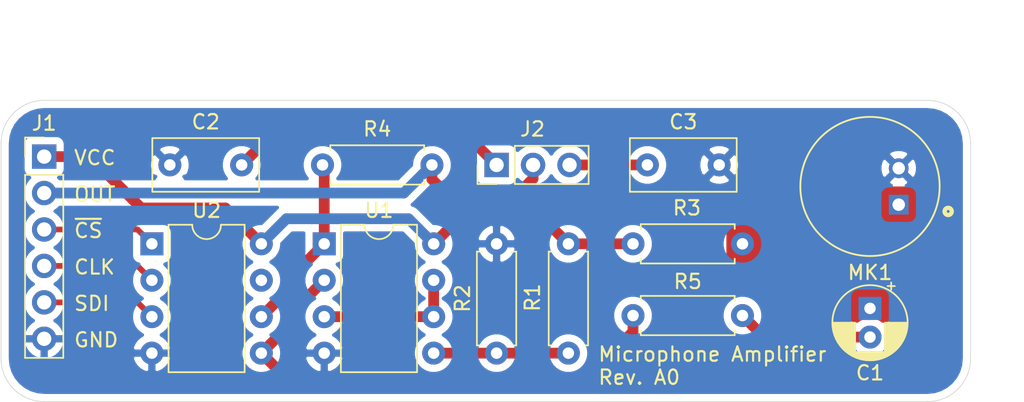
<source format=kicad_pcb>
(kicad_pcb (version 20171130) (host pcbnew "(5.1.10)-1")

  (general
    (thickness 1.6)
    (drawings 17)
    (tracks 49)
    (zones 0)
    (modules 13)
    (nets 16)
  )

  (page A4)
  (layers
    (0 F.Cu signal)
    (31 B.Cu signal)
    (32 B.Adhes user)
    (33 F.Adhes user)
    (34 B.Paste user)
    (35 F.Paste user)
    (36 B.SilkS user)
    (37 F.SilkS user)
    (38 B.Mask user)
    (39 F.Mask user)
    (40 Dwgs.User user)
    (41 Cmts.User user)
    (42 Eco1.User user)
    (43 Eco2.User user)
    (44 Edge.Cuts user)
    (45 Margin user)
    (46 B.CrtYd user)
    (47 F.CrtYd user)
    (48 B.Fab user)
    (49 F.Fab user)
  )

  (setup
    (last_trace_width 0.25)
    (user_trace_width 0.4)
    (user_trace_width 0.75)
    (trace_clearance 0.2)
    (zone_clearance 0.508)
    (zone_45_only no)
    (trace_min 0.2)
    (via_size 0.8)
    (via_drill 0.4)
    (via_min_size 0.4)
    (via_min_drill 0.3)
    (uvia_size 0.3)
    (uvia_drill 0.1)
    (uvias_allowed no)
    (uvia_min_size 0.2)
    (uvia_min_drill 0.1)
    (edge_width 0.05)
    (segment_width 0.2)
    (pcb_text_width 0.3)
    (pcb_text_size 1.5 1.5)
    (mod_edge_width 0.12)
    (mod_text_size 1 1)
    (mod_text_width 0.15)
    (pad_size 1.524 1.524)
    (pad_drill 0.762)
    (pad_to_mask_clearance 0)
    (aux_axis_origin 0 0)
    (visible_elements 7FFFFFFF)
    (pcbplotparams
      (layerselection 0x010fc_ffffffff)
      (usegerberextensions true)
      (usegerberattributes false)
      (usegerberadvancedattributes false)
      (creategerberjobfile false)
      (excludeedgelayer true)
      (linewidth 0.100000)
      (plotframeref false)
      (viasonmask false)
      (mode 1)
      (useauxorigin false)
      (hpglpennumber 1)
      (hpglpenspeed 20)
      (hpglpendiameter 15.000000)
      (psnegative false)
      (psa4output false)
      (plotreference true)
      (plotvalue true)
      (plotinvisibletext false)
      (padsonsilk false)
      (subtractmaskfromsilk true)
      (outputformat 1)
      (mirror false)
      (drillshape 0)
      (scaleselection 1)
      (outputdirectory "../JLCPCB/"))
  )

  (net 0 "")
  (net 1 "Net-(C1-Pad2)")
  (net 2 "Net-(C1-Pad1)")
  (net 3 GND)
  (net 4 "Net-(C2-Pad1)")
  (net 5 "Net-(C3-Pad1)")
  (net 6 ~CS~)
  (net 7 SPI_SDI)
  (net 8 SPI_CLK)
  (net 9 VOUT)
  (net 10 VCC)
  (net 11 "Net-(R1-Pad2)")
  (net 12 PW0)
  (net 13 PA0)
  (net 14 1V65)
  (net 15 "Net-(U2-Pad7)")

  (net_class Default "This is the default net class."
    (clearance 0.2)
    (trace_width 0.25)
    (via_dia 0.8)
    (via_drill 0.4)
    (uvia_dia 0.3)
    (uvia_drill 0.1)
    (add_net 1V65)
    (add_net GND)
    (add_net "Net-(C1-Pad1)")
    (add_net "Net-(C1-Pad2)")
    (add_net "Net-(C2-Pad1)")
    (add_net "Net-(C3-Pad1)")
    (add_net "Net-(R1-Pad2)")
    (add_net "Net-(U2-Pad7)")
    (add_net PA0)
    (add_net PW0)
    (add_net SPI_CLK)
    (add_net SPI_SDI)
    (add_net VCC)
    (add_net VOUT)
    (add_net ~CS~)
  )

  (module Capacitor_THT:CP_Radial_D5.0mm_P2.00mm (layer F.Cu) (tedit 5AE50EF0) (tstamp 623EB55F)
    (at 156 120.5 270)
    (descr "CP, Radial series, Radial, pin pitch=2.00mm, , diameter=5mm, Electrolytic Capacitor")
    (tags "CP Radial series Radial pin pitch 2.00mm  diameter 5mm Electrolytic Capacitor")
    (path /623F867C)
    (fp_text reference C1 (at 4.5 0 180) (layer F.SilkS)
      (effects (font (size 1 1) (thickness 0.15)))
    )
    (fp_text value 10u (at 1 3.75 90) (layer F.Fab)
      (effects (font (size 1 1) (thickness 0.15)))
    )
    (fp_circle (center 1 0) (end 3.5 0) (layer F.Fab) (width 0.1))
    (fp_circle (center 1 0) (end 3.62 0) (layer F.SilkS) (width 0.12))
    (fp_circle (center 1 0) (end 3.75 0) (layer F.CrtYd) (width 0.05))
    (fp_line (start -1.133605 -1.0875) (end -0.633605 -1.0875) (layer F.Fab) (width 0.1))
    (fp_line (start -0.883605 -1.3375) (end -0.883605 -0.8375) (layer F.Fab) (width 0.1))
    (fp_line (start 1 1.04) (end 1 2.58) (layer F.SilkS) (width 0.12))
    (fp_line (start 1 -2.58) (end 1 -1.04) (layer F.SilkS) (width 0.12))
    (fp_line (start 1.04 1.04) (end 1.04 2.58) (layer F.SilkS) (width 0.12))
    (fp_line (start 1.04 -2.58) (end 1.04 -1.04) (layer F.SilkS) (width 0.12))
    (fp_line (start 1.08 -2.579) (end 1.08 -1.04) (layer F.SilkS) (width 0.12))
    (fp_line (start 1.08 1.04) (end 1.08 2.579) (layer F.SilkS) (width 0.12))
    (fp_line (start 1.12 -2.578) (end 1.12 -1.04) (layer F.SilkS) (width 0.12))
    (fp_line (start 1.12 1.04) (end 1.12 2.578) (layer F.SilkS) (width 0.12))
    (fp_line (start 1.16 -2.576) (end 1.16 -1.04) (layer F.SilkS) (width 0.12))
    (fp_line (start 1.16 1.04) (end 1.16 2.576) (layer F.SilkS) (width 0.12))
    (fp_line (start 1.2 -2.573) (end 1.2 -1.04) (layer F.SilkS) (width 0.12))
    (fp_line (start 1.2 1.04) (end 1.2 2.573) (layer F.SilkS) (width 0.12))
    (fp_line (start 1.24 -2.569) (end 1.24 -1.04) (layer F.SilkS) (width 0.12))
    (fp_line (start 1.24 1.04) (end 1.24 2.569) (layer F.SilkS) (width 0.12))
    (fp_line (start 1.28 -2.565) (end 1.28 -1.04) (layer F.SilkS) (width 0.12))
    (fp_line (start 1.28 1.04) (end 1.28 2.565) (layer F.SilkS) (width 0.12))
    (fp_line (start 1.32 -2.561) (end 1.32 -1.04) (layer F.SilkS) (width 0.12))
    (fp_line (start 1.32 1.04) (end 1.32 2.561) (layer F.SilkS) (width 0.12))
    (fp_line (start 1.36 -2.556) (end 1.36 -1.04) (layer F.SilkS) (width 0.12))
    (fp_line (start 1.36 1.04) (end 1.36 2.556) (layer F.SilkS) (width 0.12))
    (fp_line (start 1.4 -2.55) (end 1.4 -1.04) (layer F.SilkS) (width 0.12))
    (fp_line (start 1.4 1.04) (end 1.4 2.55) (layer F.SilkS) (width 0.12))
    (fp_line (start 1.44 -2.543) (end 1.44 -1.04) (layer F.SilkS) (width 0.12))
    (fp_line (start 1.44 1.04) (end 1.44 2.543) (layer F.SilkS) (width 0.12))
    (fp_line (start 1.48 -2.536) (end 1.48 -1.04) (layer F.SilkS) (width 0.12))
    (fp_line (start 1.48 1.04) (end 1.48 2.536) (layer F.SilkS) (width 0.12))
    (fp_line (start 1.52 -2.528) (end 1.52 -1.04) (layer F.SilkS) (width 0.12))
    (fp_line (start 1.52 1.04) (end 1.52 2.528) (layer F.SilkS) (width 0.12))
    (fp_line (start 1.56 -2.52) (end 1.56 -1.04) (layer F.SilkS) (width 0.12))
    (fp_line (start 1.56 1.04) (end 1.56 2.52) (layer F.SilkS) (width 0.12))
    (fp_line (start 1.6 -2.511) (end 1.6 -1.04) (layer F.SilkS) (width 0.12))
    (fp_line (start 1.6 1.04) (end 1.6 2.511) (layer F.SilkS) (width 0.12))
    (fp_line (start 1.64 -2.501) (end 1.64 -1.04) (layer F.SilkS) (width 0.12))
    (fp_line (start 1.64 1.04) (end 1.64 2.501) (layer F.SilkS) (width 0.12))
    (fp_line (start 1.68 -2.491) (end 1.68 -1.04) (layer F.SilkS) (width 0.12))
    (fp_line (start 1.68 1.04) (end 1.68 2.491) (layer F.SilkS) (width 0.12))
    (fp_line (start 1.721 -2.48) (end 1.721 -1.04) (layer F.SilkS) (width 0.12))
    (fp_line (start 1.721 1.04) (end 1.721 2.48) (layer F.SilkS) (width 0.12))
    (fp_line (start 1.761 -2.468) (end 1.761 -1.04) (layer F.SilkS) (width 0.12))
    (fp_line (start 1.761 1.04) (end 1.761 2.468) (layer F.SilkS) (width 0.12))
    (fp_line (start 1.801 -2.455) (end 1.801 -1.04) (layer F.SilkS) (width 0.12))
    (fp_line (start 1.801 1.04) (end 1.801 2.455) (layer F.SilkS) (width 0.12))
    (fp_line (start 1.841 -2.442) (end 1.841 -1.04) (layer F.SilkS) (width 0.12))
    (fp_line (start 1.841 1.04) (end 1.841 2.442) (layer F.SilkS) (width 0.12))
    (fp_line (start 1.881 -2.428) (end 1.881 -1.04) (layer F.SilkS) (width 0.12))
    (fp_line (start 1.881 1.04) (end 1.881 2.428) (layer F.SilkS) (width 0.12))
    (fp_line (start 1.921 -2.414) (end 1.921 -1.04) (layer F.SilkS) (width 0.12))
    (fp_line (start 1.921 1.04) (end 1.921 2.414) (layer F.SilkS) (width 0.12))
    (fp_line (start 1.961 -2.398) (end 1.961 -1.04) (layer F.SilkS) (width 0.12))
    (fp_line (start 1.961 1.04) (end 1.961 2.398) (layer F.SilkS) (width 0.12))
    (fp_line (start 2.001 -2.382) (end 2.001 -1.04) (layer F.SilkS) (width 0.12))
    (fp_line (start 2.001 1.04) (end 2.001 2.382) (layer F.SilkS) (width 0.12))
    (fp_line (start 2.041 -2.365) (end 2.041 -1.04) (layer F.SilkS) (width 0.12))
    (fp_line (start 2.041 1.04) (end 2.041 2.365) (layer F.SilkS) (width 0.12))
    (fp_line (start 2.081 -2.348) (end 2.081 -1.04) (layer F.SilkS) (width 0.12))
    (fp_line (start 2.081 1.04) (end 2.081 2.348) (layer F.SilkS) (width 0.12))
    (fp_line (start 2.121 -2.329) (end 2.121 -1.04) (layer F.SilkS) (width 0.12))
    (fp_line (start 2.121 1.04) (end 2.121 2.329) (layer F.SilkS) (width 0.12))
    (fp_line (start 2.161 -2.31) (end 2.161 -1.04) (layer F.SilkS) (width 0.12))
    (fp_line (start 2.161 1.04) (end 2.161 2.31) (layer F.SilkS) (width 0.12))
    (fp_line (start 2.201 -2.29) (end 2.201 -1.04) (layer F.SilkS) (width 0.12))
    (fp_line (start 2.201 1.04) (end 2.201 2.29) (layer F.SilkS) (width 0.12))
    (fp_line (start 2.241 -2.268) (end 2.241 -1.04) (layer F.SilkS) (width 0.12))
    (fp_line (start 2.241 1.04) (end 2.241 2.268) (layer F.SilkS) (width 0.12))
    (fp_line (start 2.281 -2.247) (end 2.281 -1.04) (layer F.SilkS) (width 0.12))
    (fp_line (start 2.281 1.04) (end 2.281 2.247) (layer F.SilkS) (width 0.12))
    (fp_line (start 2.321 -2.224) (end 2.321 -1.04) (layer F.SilkS) (width 0.12))
    (fp_line (start 2.321 1.04) (end 2.321 2.224) (layer F.SilkS) (width 0.12))
    (fp_line (start 2.361 -2.2) (end 2.361 -1.04) (layer F.SilkS) (width 0.12))
    (fp_line (start 2.361 1.04) (end 2.361 2.2) (layer F.SilkS) (width 0.12))
    (fp_line (start 2.401 -2.175) (end 2.401 -1.04) (layer F.SilkS) (width 0.12))
    (fp_line (start 2.401 1.04) (end 2.401 2.175) (layer F.SilkS) (width 0.12))
    (fp_line (start 2.441 -2.149) (end 2.441 -1.04) (layer F.SilkS) (width 0.12))
    (fp_line (start 2.441 1.04) (end 2.441 2.149) (layer F.SilkS) (width 0.12))
    (fp_line (start 2.481 -2.122) (end 2.481 -1.04) (layer F.SilkS) (width 0.12))
    (fp_line (start 2.481 1.04) (end 2.481 2.122) (layer F.SilkS) (width 0.12))
    (fp_line (start 2.521 -2.095) (end 2.521 -1.04) (layer F.SilkS) (width 0.12))
    (fp_line (start 2.521 1.04) (end 2.521 2.095) (layer F.SilkS) (width 0.12))
    (fp_line (start 2.561 -2.065) (end 2.561 -1.04) (layer F.SilkS) (width 0.12))
    (fp_line (start 2.561 1.04) (end 2.561 2.065) (layer F.SilkS) (width 0.12))
    (fp_line (start 2.601 -2.035) (end 2.601 -1.04) (layer F.SilkS) (width 0.12))
    (fp_line (start 2.601 1.04) (end 2.601 2.035) (layer F.SilkS) (width 0.12))
    (fp_line (start 2.641 -2.004) (end 2.641 -1.04) (layer F.SilkS) (width 0.12))
    (fp_line (start 2.641 1.04) (end 2.641 2.004) (layer F.SilkS) (width 0.12))
    (fp_line (start 2.681 -1.971) (end 2.681 -1.04) (layer F.SilkS) (width 0.12))
    (fp_line (start 2.681 1.04) (end 2.681 1.971) (layer F.SilkS) (width 0.12))
    (fp_line (start 2.721 -1.937) (end 2.721 -1.04) (layer F.SilkS) (width 0.12))
    (fp_line (start 2.721 1.04) (end 2.721 1.937) (layer F.SilkS) (width 0.12))
    (fp_line (start 2.761 -1.901) (end 2.761 -1.04) (layer F.SilkS) (width 0.12))
    (fp_line (start 2.761 1.04) (end 2.761 1.901) (layer F.SilkS) (width 0.12))
    (fp_line (start 2.801 -1.864) (end 2.801 -1.04) (layer F.SilkS) (width 0.12))
    (fp_line (start 2.801 1.04) (end 2.801 1.864) (layer F.SilkS) (width 0.12))
    (fp_line (start 2.841 -1.826) (end 2.841 -1.04) (layer F.SilkS) (width 0.12))
    (fp_line (start 2.841 1.04) (end 2.841 1.826) (layer F.SilkS) (width 0.12))
    (fp_line (start 2.881 -1.785) (end 2.881 -1.04) (layer F.SilkS) (width 0.12))
    (fp_line (start 2.881 1.04) (end 2.881 1.785) (layer F.SilkS) (width 0.12))
    (fp_line (start 2.921 -1.743) (end 2.921 -1.04) (layer F.SilkS) (width 0.12))
    (fp_line (start 2.921 1.04) (end 2.921 1.743) (layer F.SilkS) (width 0.12))
    (fp_line (start 2.961 -1.699) (end 2.961 -1.04) (layer F.SilkS) (width 0.12))
    (fp_line (start 2.961 1.04) (end 2.961 1.699) (layer F.SilkS) (width 0.12))
    (fp_line (start 3.001 -1.653) (end 3.001 -1.04) (layer F.SilkS) (width 0.12))
    (fp_line (start 3.001 1.04) (end 3.001 1.653) (layer F.SilkS) (width 0.12))
    (fp_line (start 3.041 -1.605) (end 3.041 1.605) (layer F.SilkS) (width 0.12))
    (fp_line (start 3.081 -1.554) (end 3.081 1.554) (layer F.SilkS) (width 0.12))
    (fp_line (start 3.121 -1.5) (end 3.121 1.5) (layer F.SilkS) (width 0.12))
    (fp_line (start 3.161 -1.443) (end 3.161 1.443) (layer F.SilkS) (width 0.12))
    (fp_line (start 3.201 -1.383) (end 3.201 1.383) (layer F.SilkS) (width 0.12))
    (fp_line (start 3.241 -1.319) (end 3.241 1.319) (layer F.SilkS) (width 0.12))
    (fp_line (start 3.281 -1.251) (end 3.281 1.251) (layer F.SilkS) (width 0.12))
    (fp_line (start 3.321 -1.178) (end 3.321 1.178) (layer F.SilkS) (width 0.12))
    (fp_line (start 3.361 -1.098) (end 3.361 1.098) (layer F.SilkS) (width 0.12))
    (fp_line (start 3.401 -1.011) (end 3.401 1.011) (layer F.SilkS) (width 0.12))
    (fp_line (start 3.441 -0.915) (end 3.441 0.915) (layer F.SilkS) (width 0.12))
    (fp_line (start 3.481 -0.805) (end 3.481 0.805) (layer F.SilkS) (width 0.12))
    (fp_line (start 3.521 -0.677) (end 3.521 0.677) (layer F.SilkS) (width 0.12))
    (fp_line (start 3.561 -0.518) (end 3.561 0.518) (layer F.SilkS) (width 0.12))
    (fp_line (start 3.601 -0.284) (end 3.601 0.284) (layer F.SilkS) (width 0.12))
    (fp_line (start -1.804775 -1.475) (end -1.304775 -1.475) (layer F.SilkS) (width 0.12))
    (fp_line (start -1.554775 -1.725) (end -1.554775 -1.225) (layer F.SilkS) (width 0.12))
    (fp_text user %R (at 1 0 90) (layer F.Fab)
      (effects (font (size 1 1) (thickness 0.15)))
    )
    (pad 2 thru_hole circle (at 2 0 270) (size 1.6 1.6) (drill 0.8) (layers *.Cu *.Mask)
      (net 1 "Net-(C1-Pad2)"))
    (pad 1 thru_hole rect (at 0 0 270) (size 1.6 1.6) (drill 0.8) (layers *.Cu *.Mask)
      (net 2 "Net-(C1-Pad1)"))
    (model ${KISYS3DMOD}/Capacitor_THT.3dshapes/CP_Radial_D5.0mm_P2.00mm.wrl
      (at (xyz 0 0 0))
      (scale (xyz 1 1 1))
      (rotate (xyz 0 0 0))
    )
  )

  (module Package_DIP:DIP-8_W7.62mm (layer F.Cu) (tedit 5A02E8C5) (tstamp 623EB66C)
    (at 106 116)
    (descr "8-lead though-hole mounted DIP package, row spacing 7.62 mm (300 mils)")
    (tags "THT DIP DIL PDIP 2.54mm 7.62mm 300mil")
    (path /623E73B4)
    (fp_text reference U2 (at 3.81 -2.33) (layer F.SilkS)
      (effects (font (size 1 1) (thickness 0.15)))
    )
    (fp_text value MCP41100 (at 3.81 9.95) (layer F.Fab)
      (effects (font (size 1 1) (thickness 0.15)))
    )
    (fp_line (start 1.635 -1.27) (end 6.985 -1.27) (layer F.Fab) (width 0.1))
    (fp_line (start 6.985 -1.27) (end 6.985 8.89) (layer F.Fab) (width 0.1))
    (fp_line (start 6.985 8.89) (end 0.635 8.89) (layer F.Fab) (width 0.1))
    (fp_line (start 0.635 8.89) (end 0.635 -0.27) (layer F.Fab) (width 0.1))
    (fp_line (start 0.635 -0.27) (end 1.635 -1.27) (layer F.Fab) (width 0.1))
    (fp_line (start 2.81 -1.33) (end 1.16 -1.33) (layer F.SilkS) (width 0.12))
    (fp_line (start 1.16 -1.33) (end 1.16 8.95) (layer F.SilkS) (width 0.12))
    (fp_line (start 1.16 8.95) (end 6.46 8.95) (layer F.SilkS) (width 0.12))
    (fp_line (start 6.46 8.95) (end 6.46 -1.33) (layer F.SilkS) (width 0.12))
    (fp_line (start 6.46 -1.33) (end 4.81 -1.33) (layer F.SilkS) (width 0.12))
    (fp_line (start -1.1 -1.55) (end -1.1 9.15) (layer F.CrtYd) (width 0.05))
    (fp_line (start -1.1 9.15) (end 8.7 9.15) (layer F.CrtYd) (width 0.05))
    (fp_line (start 8.7 9.15) (end 8.7 -1.55) (layer F.CrtYd) (width 0.05))
    (fp_line (start 8.7 -1.55) (end -1.1 -1.55) (layer F.CrtYd) (width 0.05))
    (fp_text user %R (at 3.81 3.81) (layer F.Fab)
      (effects (font (size 1 1) (thickness 0.15)))
    )
    (fp_arc (start 3.81 -1.33) (end 2.81 -1.33) (angle -180) (layer F.SilkS) (width 0.12))
    (pad 8 thru_hole oval (at 7.62 0) (size 1.6 1.6) (drill 0.8) (layers *.Cu *.Mask)
      (net 10 VCC))
    (pad 4 thru_hole oval (at 0 7.62) (size 1.6 1.6) (drill 0.8) (layers *.Cu *.Mask)
      (net 3 GND))
    (pad 7 thru_hole oval (at 7.62 2.54) (size 1.6 1.6) (drill 0.8) (layers *.Cu *.Mask)
      (net 15 "Net-(U2-Pad7)"))
    (pad 3 thru_hole oval (at 0 5.08) (size 1.6 1.6) (drill 0.8) (layers *.Cu *.Mask)
      (net 7 SPI_SDI))
    (pad 6 thru_hole oval (at 7.62 5.08) (size 1.6 1.6) (drill 0.8) (layers *.Cu *.Mask)
      (net 12 PW0))
    (pad 2 thru_hole oval (at 0 2.54) (size 1.6 1.6) (drill 0.8) (layers *.Cu *.Mask)
      (net 8 SPI_CLK))
    (pad 5 thru_hole oval (at 7.62 7.62) (size 1.6 1.6) (drill 0.8) (layers *.Cu *.Mask)
      (net 13 PA0))
    (pad 1 thru_hole rect (at 0 0) (size 1.6 1.6) (drill 0.8) (layers *.Cu *.Mask)
      (net 6 ~CS~))
    (model ${KISYS3DMOD}/Package_DIP.3dshapes/DIP-8_W7.62mm.wrl
      (at (xyz 0 0 0))
      (scale (xyz 1 1 1))
      (rotate (xyz 0 0 0))
    )
  )

  (module Package_DIP:DIP-8_W7.62mm (layer F.Cu) (tedit 5A02E8C5) (tstamp 623EB650)
    (at 118 116)
    (descr "8-lead though-hole mounted DIP package, row spacing 7.62 mm (300 mils)")
    (tags "THT DIP DIL PDIP 2.54mm 7.62mm 300mil")
    (path /623E9191)
    (fp_text reference U1 (at 3.81 -2.33) (layer F.SilkS)
      (effects (font (size 1 1) (thickness 0.15)))
    )
    (fp_text value Opamp_Dual_Generic (at 3.81 9.95) (layer F.Fab)
      (effects (font (size 1 1) (thickness 0.15)))
    )
    (fp_line (start 1.635 -1.27) (end 6.985 -1.27) (layer F.Fab) (width 0.1))
    (fp_line (start 6.985 -1.27) (end 6.985 8.89) (layer F.Fab) (width 0.1))
    (fp_line (start 6.985 8.89) (end 0.635 8.89) (layer F.Fab) (width 0.1))
    (fp_line (start 0.635 8.89) (end 0.635 -0.27) (layer F.Fab) (width 0.1))
    (fp_line (start 0.635 -0.27) (end 1.635 -1.27) (layer F.Fab) (width 0.1))
    (fp_line (start 2.81 -1.33) (end 1.16 -1.33) (layer F.SilkS) (width 0.12))
    (fp_line (start 1.16 -1.33) (end 1.16 8.95) (layer F.SilkS) (width 0.12))
    (fp_line (start 1.16 8.95) (end 6.46 8.95) (layer F.SilkS) (width 0.12))
    (fp_line (start 6.46 8.95) (end 6.46 -1.33) (layer F.SilkS) (width 0.12))
    (fp_line (start 6.46 -1.33) (end 4.81 -1.33) (layer F.SilkS) (width 0.12))
    (fp_line (start -1.1 -1.55) (end -1.1 9.15) (layer F.CrtYd) (width 0.05))
    (fp_line (start -1.1 9.15) (end 8.7 9.15) (layer F.CrtYd) (width 0.05))
    (fp_line (start 8.7 9.15) (end 8.7 -1.55) (layer F.CrtYd) (width 0.05))
    (fp_line (start 8.7 -1.55) (end -1.1 -1.55) (layer F.CrtYd) (width 0.05))
    (fp_text user %R (at 3.81 3.81) (layer F.Fab)
      (effects (font (size 1 1) (thickness 0.15)))
    )
    (fp_arc (start 3.81 -1.33) (end 2.81 -1.33) (angle -180) (layer F.SilkS) (width 0.12))
    (pad 8 thru_hole oval (at 7.62 0) (size 1.6 1.6) (drill 0.8) (layers *.Cu *.Mask)
      (net 10 VCC))
    (pad 4 thru_hole oval (at 0 7.62) (size 1.6 1.6) (drill 0.8) (layers *.Cu *.Mask)
      (net 3 GND))
    (pad 7 thru_hole oval (at 7.62 2.54) (size 1.6 1.6) (drill 0.8) (layers *.Cu *.Mask)
      (net 14 1V65))
    (pad 3 thru_hole oval (at 0 5.08) (size 1.6 1.6) (drill 0.8) (layers *.Cu *.Mask)
      (net 14 1V65))
    (pad 6 thru_hole oval (at 7.62 5.08) (size 1.6 1.6) (drill 0.8) (layers *.Cu *.Mask)
      (net 14 1V65))
    (pad 2 thru_hole oval (at 0 2.54) (size 1.6 1.6) (drill 0.8) (layers *.Cu *.Mask)
      (net 13 PA0))
    (pad 5 thru_hole oval (at 7.62 7.62) (size 1.6 1.6) (drill 0.8) (layers *.Cu *.Mask)
      (net 11 "Net-(R1-Pad2)"))
    (pad 1 thru_hole rect (at 0 0) (size 1.6 1.6) (drill 0.8) (layers *.Cu *.Mask)
      (net 12 PW0))
    (model ${KISYS3DMOD}/Package_DIP.3dshapes/DIP-8_W7.62mm.wrl
      (at (xyz 0 0 0))
      (scale (xyz 1 1 1))
      (rotate (xyz 0 0 0))
    )
  )

  (module Resistor_THT:R_Axial_DIN0207_L6.3mm_D2.5mm_P7.62mm_Horizontal (layer F.Cu) (tedit 5AE5139B) (tstamp 623EC2E1)
    (at 139.5 121)
    (descr "Resistor, Axial_DIN0207 series, Axial, Horizontal, pin pitch=7.62mm, 0.25W = 1/4W, length*diameter=6.3*2.5mm^2, http://cdn-reichelt.de/documents/datenblatt/B400/1_4W%23YAG.pdf")
    (tags "Resistor Axial_DIN0207 series Axial Horizontal pin pitch 7.62mm 0.25W = 1/4W length 6.3mm diameter 2.5mm")
    (path /623F6A54)
    (fp_text reference R5 (at 3.81 -2.37) (layer F.SilkS)
      (effects (font (size 1 1) (thickness 0.15)))
    )
    (fp_text value 470 (at 3.81 2.37) (layer F.Fab)
      (effects (font (size 1 1) (thickness 0.15)))
    )
    (fp_line (start 0.66 -1.25) (end 0.66 1.25) (layer F.Fab) (width 0.1))
    (fp_line (start 0.66 1.25) (end 6.96 1.25) (layer F.Fab) (width 0.1))
    (fp_line (start 6.96 1.25) (end 6.96 -1.25) (layer F.Fab) (width 0.1))
    (fp_line (start 6.96 -1.25) (end 0.66 -1.25) (layer F.Fab) (width 0.1))
    (fp_line (start 0 0) (end 0.66 0) (layer F.Fab) (width 0.1))
    (fp_line (start 7.62 0) (end 6.96 0) (layer F.Fab) (width 0.1))
    (fp_line (start 0.54 -1.04) (end 0.54 -1.37) (layer F.SilkS) (width 0.12))
    (fp_line (start 0.54 -1.37) (end 7.08 -1.37) (layer F.SilkS) (width 0.12))
    (fp_line (start 7.08 -1.37) (end 7.08 -1.04) (layer F.SilkS) (width 0.12))
    (fp_line (start 0.54 1.04) (end 0.54 1.37) (layer F.SilkS) (width 0.12))
    (fp_line (start 0.54 1.37) (end 7.08 1.37) (layer F.SilkS) (width 0.12))
    (fp_line (start 7.08 1.37) (end 7.08 1.04) (layer F.SilkS) (width 0.12))
    (fp_line (start -1.05 -1.5) (end -1.05 1.5) (layer F.CrtYd) (width 0.05))
    (fp_line (start -1.05 1.5) (end 8.67 1.5) (layer F.CrtYd) (width 0.05))
    (fp_line (start 8.67 1.5) (end 8.67 -1.5) (layer F.CrtYd) (width 0.05))
    (fp_line (start 8.67 -1.5) (end -1.05 -1.5) (layer F.CrtYd) (width 0.05))
    (fp_text user %R (at 3.81 0) (layer F.Fab)
      (effects (font (size 1 1) (thickness 0.15)))
    )
    (pad 2 thru_hole oval (at 7.62 0) (size 1.6 1.6) (drill 0.8) (layers *.Cu *.Mask)
      (net 1 "Net-(C1-Pad2)"))
    (pad 1 thru_hole circle (at 0 0) (size 1.6 1.6) (drill 0.8) (layers *.Cu *.Mask)
      (net 13 PA0))
    (model ${KISYS3DMOD}/Resistor_THT.3dshapes/R_Axial_DIN0207_L6.3mm_D2.5mm_P7.62mm_Horizontal.wrl
      (at (xyz 0 0 0))
      (scale (xyz 1 1 1))
      (rotate (xyz 0 0 0))
    )
  )

  (module Resistor_THT:R_Axial_DIN0207_L6.3mm_D2.5mm_P7.62mm_Horizontal (layer F.Cu) (tedit 5AE5139B) (tstamp 623ED00B)
    (at 125.5 110.5 180)
    (descr "Resistor, Axial_DIN0207 series, Axial, Horizontal, pin pitch=7.62mm, 0.25W = 1/4W, length*diameter=6.3*2.5mm^2, http://cdn-reichelt.de/documents/datenblatt/B400/1_4W%23YAG.pdf")
    (tags "Resistor Axial_DIN0207 series Axial Horizontal pin pitch 7.62mm 0.25W = 1/4W length 6.3mm diameter 2.5mm")
    (path /623FED05)
    (fp_text reference R4 (at 3.81 2.5) (layer F.SilkS)
      (effects (font (size 1 1) (thickness 0.15)))
    )
    (fp_text value 470 (at 3.81 2.37) (layer F.Fab)
      (effects (font (size 1 1) (thickness 0.15)))
    )
    (fp_line (start 0.66 -1.25) (end 0.66 1.25) (layer F.Fab) (width 0.1))
    (fp_line (start 0.66 1.25) (end 6.96 1.25) (layer F.Fab) (width 0.1))
    (fp_line (start 6.96 1.25) (end 6.96 -1.25) (layer F.Fab) (width 0.1))
    (fp_line (start 6.96 -1.25) (end 0.66 -1.25) (layer F.Fab) (width 0.1))
    (fp_line (start 0 0) (end 0.66 0) (layer F.Fab) (width 0.1))
    (fp_line (start 7.62 0) (end 6.96 0) (layer F.Fab) (width 0.1))
    (fp_line (start 0.54 -1.04) (end 0.54 -1.37) (layer F.SilkS) (width 0.12))
    (fp_line (start 0.54 -1.37) (end 7.08 -1.37) (layer F.SilkS) (width 0.12))
    (fp_line (start 7.08 -1.37) (end 7.08 -1.04) (layer F.SilkS) (width 0.12))
    (fp_line (start 0.54 1.04) (end 0.54 1.37) (layer F.SilkS) (width 0.12))
    (fp_line (start 0.54 1.37) (end 7.08 1.37) (layer F.SilkS) (width 0.12))
    (fp_line (start 7.08 1.37) (end 7.08 1.04) (layer F.SilkS) (width 0.12))
    (fp_line (start -1.05 -1.5) (end -1.05 1.5) (layer F.CrtYd) (width 0.05))
    (fp_line (start -1.05 1.5) (end 8.67 1.5) (layer F.CrtYd) (width 0.05))
    (fp_line (start 8.67 1.5) (end 8.67 -1.5) (layer F.CrtYd) (width 0.05))
    (fp_line (start 8.67 -1.5) (end -1.05 -1.5) (layer F.CrtYd) (width 0.05))
    (fp_text user %R (at 3.81 0) (layer F.Fab)
      (effects (font (size 1 1) (thickness 0.15)))
    )
    (pad 2 thru_hole oval (at 7.62 0 180) (size 1.6 1.6) (drill 0.8) (layers *.Cu *.Mask)
      (net 12 PW0))
    (pad 1 thru_hole circle (at 0 0 180) (size 1.6 1.6) (drill 0.8) (layers *.Cu *.Mask)
      (net 9 VOUT))
    (model ${KISYS3DMOD}/Resistor_THT.3dshapes/R_Axial_DIN0207_L6.3mm_D2.5mm_P7.62mm_Horizontal.wrl
      (at (xyz 0 0 0))
      (scale (xyz 1 1 1))
      (rotate (xyz 0 0 0))
    )
  )

  (module Resistor_THT:R_Axial_DIN0207_L6.3mm_D2.5mm_P7.62mm_Horizontal (layer F.Cu) (tedit 5AE5139B) (tstamp 623EB606)
    (at 139.5 116)
    (descr "Resistor, Axial_DIN0207 series, Axial, Horizontal, pin pitch=7.62mm, 0.25W = 1/4W, length*diameter=6.3*2.5mm^2, http://cdn-reichelt.de/documents/datenblatt/B400/1_4W%23YAG.pdf")
    (tags "Resistor Axial_DIN0207 series Axial Horizontal pin pitch 7.62mm 0.25W = 1/4W length 6.3mm diameter 2.5mm")
    (path /623F56FF)
    (fp_text reference R3 (at 3.75 -2.5) (layer F.SilkS)
      (effects (font (size 1 1) (thickness 0.15)))
    )
    (fp_text value 47k (at 3.81 2.37) (layer F.Fab)
      (effects (font (size 1 1) (thickness 0.15)))
    )
    (fp_line (start 0.66 -1.25) (end 0.66 1.25) (layer F.Fab) (width 0.1))
    (fp_line (start 0.66 1.25) (end 6.96 1.25) (layer F.Fab) (width 0.1))
    (fp_line (start 6.96 1.25) (end 6.96 -1.25) (layer F.Fab) (width 0.1))
    (fp_line (start 6.96 -1.25) (end 0.66 -1.25) (layer F.Fab) (width 0.1))
    (fp_line (start 0 0) (end 0.66 0) (layer F.Fab) (width 0.1))
    (fp_line (start 7.62 0) (end 6.96 0) (layer F.Fab) (width 0.1))
    (fp_line (start 0.54 -1.04) (end 0.54 -1.37) (layer F.SilkS) (width 0.12))
    (fp_line (start 0.54 -1.37) (end 7.08 -1.37) (layer F.SilkS) (width 0.12))
    (fp_line (start 7.08 -1.37) (end 7.08 -1.04) (layer F.SilkS) (width 0.12))
    (fp_line (start 0.54 1.04) (end 0.54 1.37) (layer F.SilkS) (width 0.12))
    (fp_line (start 0.54 1.37) (end 7.08 1.37) (layer F.SilkS) (width 0.12))
    (fp_line (start 7.08 1.37) (end 7.08 1.04) (layer F.SilkS) (width 0.12))
    (fp_line (start -1.05 -1.5) (end -1.05 1.5) (layer F.CrtYd) (width 0.05))
    (fp_line (start -1.05 1.5) (end 8.67 1.5) (layer F.CrtYd) (width 0.05))
    (fp_line (start 8.67 1.5) (end 8.67 -1.5) (layer F.CrtYd) (width 0.05))
    (fp_line (start 8.67 -1.5) (end -1.05 -1.5) (layer F.CrtYd) (width 0.05))
    (fp_text user %R (at 3.81 0) (layer F.Fab)
      (effects (font (size 1 1) (thickness 0.15)))
    )
    (pad 2 thru_hole oval (at 7.62 0) (size 1.6 1.6) (drill 0.8) (layers *.Cu *.Mask)
      (net 2 "Net-(C1-Pad1)"))
    (pad 1 thru_hole circle (at 0 0) (size 1.6 1.6) (drill 0.8) (layers *.Cu *.Mask)
      (net 10 VCC))
    (model ${KISYS3DMOD}/Resistor_THT.3dshapes/R_Axial_DIN0207_L6.3mm_D2.5mm_P7.62mm_Horizontal.wrl
      (at (xyz 0 0 0))
      (scale (xyz 1 1 1))
      (rotate (xyz 0 0 0))
    )
  )

  (module Resistor_THT:R_Axial_DIN0207_L6.3mm_D2.5mm_P7.62mm_Horizontal (layer F.Cu) (tedit 5AE5139B) (tstamp 623EB5EF)
    (at 130 123.62 90)
    (descr "Resistor, Axial_DIN0207 series, Axial, Horizontal, pin pitch=7.62mm, 0.25W = 1/4W, length*diameter=6.3*2.5mm^2, http://cdn-reichelt.de/documents/datenblatt/B400/1_4W%23YAG.pdf")
    (tags "Resistor Axial_DIN0207 series Axial Horizontal pin pitch 7.62mm 0.25W = 1/4W length 6.3mm diameter 2.5mm")
    (path /623ED386)
    (fp_text reference R2 (at 3.81 -2.37 90) (layer F.SilkS)
      (effects (font (size 1 1) (thickness 0.15)))
    )
    (fp_text value 47k (at 3.81 2.37 90) (layer F.Fab)
      (effects (font (size 1 1) (thickness 0.15)))
    )
    (fp_line (start 0.66 -1.25) (end 0.66 1.25) (layer F.Fab) (width 0.1))
    (fp_line (start 0.66 1.25) (end 6.96 1.25) (layer F.Fab) (width 0.1))
    (fp_line (start 6.96 1.25) (end 6.96 -1.25) (layer F.Fab) (width 0.1))
    (fp_line (start 6.96 -1.25) (end 0.66 -1.25) (layer F.Fab) (width 0.1))
    (fp_line (start 0 0) (end 0.66 0) (layer F.Fab) (width 0.1))
    (fp_line (start 7.62 0) (end 6.96 0) (layer F.Fab) (width 0.1))
    (fp_line (start 0.54 -1.04) (end 0.54 -1.37) (layer F.SilkS) (width 0.12))
    (fp_line (start 0.54 -1.37) (end 7.08 -1.37) (layer F.SilkS) (width 0.12))
    (fp_line (start 7.08 -1.37) (end 7.08 -1.04) (layer F.SilkS) (width 0.12))
    (fp_line (start 0.54 1.04) (end 0.54 1.37) (layer F.SilkS) (width 0.12))
    (fp_line (start 0.54 1.37) (end 7.08 1.37) (layer F.SilkS) (width 0.12))
    (fp_line (start 7.08 1.37) (end 7.08 1.04) (layer F.SilkS) (width 0.12))
    (fp_line (start -1.05 -1.5) (end -1.05 1.5) (layer F.CrtYd) (width 0.05))
    (fp_line (start -1.05 1.5) (end 8.67 1.5) (layer F.CrtYd) (width 0.05))
    (fp_line (start 8.67 1.5) (end 8.67 -1.5) (layer F.CrtYd) (width 0.05))
    (fp_line (start 8.67 -1.5) (end -1.05 -1.5) (layer F.CrtYd) (width 0.05))
    (fp_text user %R (at 3.81 0 90) (layer F.Fab)
      (effects (font (size 1 1) (thickness 0.15)))
    )
    (pad 2 thru_hole oval (at 7.62 0 90) (size 1.6 1.6) (drill 0.8) (layers *.Cu *.Mask)
      (net 3 GND))
    (pad 1 thru_hole circle (at 0 0 90) (size 1.6 1.6) (drill 0.8) (layers *.Cu *.Mask)
      (net 11 "Net-(R1-Pad2)"))
    (model ${KISYS3DMOD}/Resistor_THT.3dshapes/R_Axial_DIN0207_L6.3mm_D2.5mm_P7.62mm_Horizontal.wrl
      (at (xyz 0 0 0))
      (scale (xyz 1 1 1))
      (rotate (xyz 0 0 0))
    )
  )

  (module Resistor_THT:R_Axial_DIN0207_L6.3mm_D2.5mm_P7.62mm_Horizontal (layer F.Cu) (tedit 5AE5139B) (tstamp 623EB5D8)
    (at 135 116 270)
    (descr "Resistor, Axial_DIN0207 series, Axial, Horizontal, pin pitch=7.62mm, 0.25W = 1/4W, length*diameter=6.3*2.5mm^2, http://cdn-reichelt.de/documents/datenblatt/B400/1_4W%23YAG.pdf")
    (tags "Resistor Axial_DIN0207 series Axial Horizontal pin pitch 7.62mm 0.25W = 1/4W length 6.3mm diameter 2.5mm")
    (path /623EC665)
    (fp_text reference R1 (at 3.75 2.5 90) (layer F.SilkS)
      (effects (font (size 1 1) (thickness 0.15)))
    )
    (fp_text value 47k (at 3.81 2.37 90) (layer F.Fab)
      (effects (font (size 1 1) (thickness 0.15)))
    )
    (fp_line (start 0.66 -1.25) (end 0.66 1.25) (layer F.Fab) (width 0.1))
    (fp_line (start 0.66 1.25) (end 6.96 1.25) (layer F.Fab) (width 0.1))
    (fp_line (start 6.96 1.25) (end 6.96 -1.25) (layer F.Fab) (width 0.1))
    (fp_line (start 6.96 -1.25) (end 0.66 -1.25) (layer F.Fab) (width 0.1))
    (fp_line (start 0 0) (end 0.66 0) (layer F.Fab) (width 0.1))
    (fp_line (start 7.62 0) (end 6.96 0) (layer F.Fab) (width 0.1))
    (fp_line (start 0.54 -1.04) (end 0.54 -1.37) (layer F.SilkS) (width 0.12))
    (fp_line (start 0.54 -1.37) (end 7.08 -1.37) (layer F.SilkS) (width 0.12))
    (fp_line (start 7.08 -1.37) (end 7.08 -1.04) (layer F.SilkS) (width 0.12))
    (fp_line (start 0.54 1.04) (end 0.54 1.37) (layer F.SilkS) (width 0.12))
    (fp_line (start 0.54 1.37) (end 7.08 1.37) (layer F.SilkS) (width 0.12))
    (fp_line (start 7.08 1.37) (end 7.08 1.04) (layer F.SilkS) (width 0.12))
    (fp_line (start -1.05 -1.5) (end -1.05 1.5) (layer F.CrtYd) (width 0.05))
    (fp_line (start -1.05 1.5) (end 8.67 1.5) (layer F.CrtYd) (width 0.05))
    (fp_line (start 8.67 1.5) (end 8.67 -1.5) (layer F.CrtYd) (width 0.05))
    (fp_line (start 8.67 -1.5) (end -1.05 -1.5) (layer F.CrtYd) (width 0.05))
    (fp_text user %R (at 3.81 0 90) (layer F.Fab)
      (effects (font (size 1 1) (thickness 0.15)))
    )
    (pad 2 thru_hole oval (at 7.62 0 270) (size 1.6 1.6) (drill 0.8) (layers *.Cu *.Mask)
      (net 11 "Net-(R1-Pad2)"))
    (pad 1 thru_hole circle (at 0 0 270) (size 1.6 1.6) (drill 0.8) (layers *.Cu *.Mask)
      (net 10 VCC))
    (model ${KISYS3DMOD}/Resistor_THT.3dshapes/R_Axial_DIN0207_L6.3mm_D2.5mm_P7.62mm_Horizontal.wrl
      (at (xyz 0 0 0))
      (scale (xyz 1 1 1))
      (rotate (xyz 0 0 0))
    )
  )

  (module "Microphone Amplifier:MIC_CMA-4544PF-W" (layer F.Cu) (tedit 623E44F1) (tstamp 623EB5C1)
    (at 156 112)
    (path /623F2639)
    (fp_text reference MK1 (at 0 6) (layer F.SilkS)
      (effects (font (size 1.000354 1.000354) (thickness 0.15)))
    )
    (fp_text value Microphone (at 6.35634 5.720735) (layer F.Fab)
      (effects (font (size 1.001 1.001) (thickness 0.15)))
    )
    (fp_circle (center 0 0) (end 4.85 0) (layer F.SilkS) (width 0.127))
    (fp_circle (center 0 0) (end 4.85 0) (layer F.Fab) (width 0.127))
    (fp_circle (center 0 0) (end 5.1 0) (layer F.CrtYd) (width 0.05))
    (fp_circle (center 5.443 1.741) (end 5.543 1.741) (layer F.SilkS) (width 0.3))
    (fp_circle (center 5.443 1.741) (end 5.543 1.741) (layer F.Fab) (width 0.3))
    (pad 2 thru_hole circle (at 2 -1.27) (size 1.378 1.378) (drill 0.87) (layers *.Cu *.Mask)
      (net 3 GND))
    (pad 1 thru_hole rect (at 2 1.27) (size 1.378 1.378) (drill 0.87) (layers *.Cu *.Mask)
      (net 2 "Net-(C1-Pad1)"))
    (model ${KISYS3DMOD}/Buzzer_Beeper.3dshapes/Buzzer_12x9.5RM7.6.wrl
      (offset (xyz -3 0 0))
      (scale (xyz 0.8 0.8 0.7))
      (rotate (xyz 0 0 0))
    )
  )

  (module Connector_PinHeader_2.54mm:PinHeader_1x03_P2.54mm_Vertical (layer F.Cu) (tedit 59FED5CC) (tstamp 623EB5B6)
    (at 130 110.5 90)
    (descr "Through hole straight pin header, 1x03, 2.54mm pitch, single row")
    (tags "Through hole pin header THT 1x03 2.54mm single row")
    (path /62401ED5)
    (fp_text reference J2 (at 2.5 2.5 180) (layer F.SilkS)
      (effects (font (size 1 1) (thickness 0.15)))
    )
    (fp_text value "RC FILTER SELECT" (at 0 7.41 90) (layer F.Fab)
      (effects (font (size 1 1) (thickness 0.15)))
    )
    (fp_line (start -0.635 -1.27) (end 1.27 -1.27) (layer F.Fab) (width 0.1))
    (fp_line (start 1.27 -1.27) (end 1.27 6.35) (layer F.Fab) (width 0.1))
    (fp_line (start 1.27 6.35) (end -1.27 6.35) (layer F.Fab) (width 0.1))
    (fp_line (start -1.27 6.35) (end -1.27 -0.635) (layer F.Fab) (width 0.1))
    (fp_line (start -1.27 -0.635) (end -0.635 -1.27) (layer F.Fab) (width 0.1))
    (fp_line (start -1.33 6.41) (end 1.33 6.41) (layer F.SilkS) (width 0.12))
    (fp_line (start -1.33 1.27) (end -1.33 6.41) (layer F.SilkS) (width 0.12))
    (fp_line (start 1.33 1.27) (end 1.33 6.41) (layer F.SilkS) (width 0.12))
    (fp_line (start -1.33 1.27) (end 1.33 1.27) (layer F.SilkS) (width 0.12))
    (fp_line (start -1.33 0) (end -1.33 -1.33) (layer F.SilkS) (width 0.12))
    (fp_line (start -1.33 -1.33) (end 0 -1.33) (layer F.SilkS) (width 0.12))
    (fp_line (start -1.8 -1.8) (end -1.8 6.85) (layer F.CrtYd) (width 0.05))
    (fp_line (start -1.8 6.85) (end 1.8 6.85) (layer F.CrtYd) (width 0.05))
    (fp_line (start 1.8 6.85) (end 1.8 -1.8) (layer F.CrtYd) (width 0.05))
    (fp_line (start 1.8 -1.8) (end -1.8 -1.8) (layer F.CrtYd) (width 0.05))
    (fp_text user %R (at 0 2.54) (layer F.Fab)
      (effects (font (size 1 1) (thickness 0.15)))
    )
    (pad 3 thru_hole oval (at 0 5.08 90) (size 1.7 1.7) (drill 1) (layers *.Cu *.Mask)
      (net 5 "Net-(C3-Pad1)"))
    (pad 2 thru_hole oval (at 0 2.54 90) (size 1.7 1.7) (drill 1) (layers *.Cu *.Mask)
      (net 9 VOUT))
    (pad 1 thru_hole rect (at 0 0 90) (size 1.7 1.7) (drill 1) (layers *.Cu *.Mask)
      (net 4 "Net-(C2-Pad1)"))
    (model ${KISYS3DMOD}/Connector_PinHeader_2.54mm.3dshapes/PinHeader_1x03_P2.54mm_Vertical.wrl
      (at (xyz 0 0 0))
      (scale (xyz 1 1 1))
      (rotate (xyz 0 0 0))
    )
  )

  (module Connector_PinHeader_2.54mm:PinHeader_1x06_P2.54mm_Vertical (layer F.Cu) (tedit 59FED5CC) (tstamp 623EB59F)
    (at 98.5 109.92)
    (descr "Through hole straight pin header, 1x06, 2.54mm pitch, single row")
    (tags "Through hole pin header THT 1x06 2.54mm single row")
    (path /623E3B66)
    (fp_text reference J1 (at 0 -2.33) (layer F.SilkS)
      (effects (font (size 1 1) (thickness 0.15)))
    )
    (fp_text value I/O (at 0 15.03) (layer F.Fab)
      (effects (font (size 1 1) (thickness 0.15)))
    )
    (fp_line (start -0.635 -1.27) (end 1.27 -1.27) (layer F.Fab) (width 0.1))
    (fp_line (start 1.27 -1.27) (end 1.27 13.97) (layer F.Fab) (width 0.1))
    (fp_line (start 1.27 13.97) (end -1.27 13.97) (layer F.Fab) (width 0.1))
    (fp_line (start -1.27 13.97) (end -1.27 -0.635) (layer F.Fab) (width 0.1))
    (fp_line (start -1.27 -0.635) (end -0.635 -1.27) (layer F.Fab) (width 0.1))
    (fp_line (start -1.33 14.03) (end 1.33 14.03) (layer F.SilkS) (width 0.12))
    (fp_line (start -1.33 1.27) (end -1.33 14.03) (layer F.SilkS) (width 0.12))
    (fp_line (start 1.33 1.27) (end 1.33 14.03) (layer F.SilkS) (width 0.12))
    (fp_line (start -1.33 1.27) (end 1.33 1.27) (layer F.SilkS) (width 0.12))
    (fp_line (start -1.33 0) (end -1.33 -1.33) (layer F.SilkS) (width 0.12))
    (fp_line (start -1.33 -1.33) (end 0 -1.33) (layer F.SilkS) (width 0.12))
    (fp_line (start -1.8 -1.8) (end -1.8 14.5) (layer F.CrtYd) (width 0.05))
    (fp_line (start -1.8 14.5) (end 1.8 14.5) (layer F.CrtYd) (width 0.05))
    (fp_line (start 1.8 14.5) (end 1.8 -1.8) (layer F.CrtYd) (width 0.05))
    (fp_line (start 1.8 -1.8) (end -1.8 -1.8) (layer F.CrtYd) (width 0.05))
    (fp_text user %R (at 0 6.35 90) (layer F.Fab)
      (effects (font (size 1 1) (thickness 0.15)))
    )
    (pad 6 thru_hole oval (at 0 12.7) (size 1.7 1.7) (drill 1) (layers *.Cu *.Mask)
      (net 3 GND))
    (pad 5 thru_hole oval (at 0 10.16) (size 1.7 1.7) (drill 1) (layers *.Cu *.Mask)
      (net 7 SPI_SDI))
    (pad 4 thru_hole oval (at 0 7.62) (size 1.7 1.7) (drill 1) (layers *.Cu *.Mask)
      (net 8 SPI_CLK))
    (pad 3 thru_hole oval (at 0 5.08) (size 1.7 1.7) (drill 1) (layers *.Cu *.Mask)
      (net 6 ~CS~))
    (pad 2 thru_hole oval (at 0 2.54) (size 1.7 1.7) (drill 1) (layers *.Cu *.Mask)
      (net 9 VOUT))
    (pad 1 thru_hole rect (at 0 0) (size 1.7 1.7) (drill 1) (layers *.Cu *.Mask)
      (net 10 VCC))
    (model ${KISYS3DMOD}/Connector_PinHeader_2.54mm.3dshapes/PinHeader_1x06_P2.54mm_Vertical.wrl
      (at (xyz 0 0 0))
      (scale (xyz 1 1 1))
      (rotate (xyz 0 0 0))
    )
  )

  (module Capacitor_THT:C_Rect_L7.2mm_W3.5mm_P5.00mm_FKS2_FKP2_MKS2_MKP2 (layer F.Cu) (tedit 5AE50EF0) (tstamp 623EB585)
    (at 140.5 110.5)
    (descr "C, Rect series, Radial, pin pitch=5.00mm, , length*width=7.2*3.5mm^2, Capacitor, http://www.wima.com/EN/WIMA_FKS_2.pdf")
    (tags "C Rect series Radial pin pitch 5.00mm  length 7.2mm width 3.5mm Capacitor")
    (path /6240B0EE)
    (fp_text reference C3 (at 2.5 -3) (layer F.SilkS)
      (effects (font (size 1 1) (thickness 0.15)))
    )
    (fp_text value 330n (at 2.5 3) (layer F.Fab)
      (effects (font (size 1 1) (thickness 0.15)))
    )
    (fp_line (start -1.1 -1.75) (end -1.1 1.75) (layer F.Fab) (width 0.1))
    (fp_line (start -1.1 1.75) (end 6.1 1.75) (layer F.Fab) (width 0.1))
    (fp_line (start 6.1 1.75) (end 6.1 -1.75) (layer F.Fab) (width 0.1))
    (fp_line (start 6.1 -1.75) (end -1.1 -1.75) (layer F.Fab) (width 0.1))
    (fp_line (start -1.22 -1.87) (end 6.22 -1.87) (layer F.SilkS) (width 0.12))
    (fp_line (start -1.22 1.87) (end 6.22 1.87) (layer F.SilkS) (width 0.12))
    (fp_line (start -1.22 -1.87) (end -1.22 1.87) (layer F.SilkS) (width 0.12))
    (fp_line (start 6.22 -1.87) (end 6.22 1.87) (layer F.SilkS) (width 0.12))
    (fp_line (start -1.35 -2) (end -1.35 2) (layer F.CrtYd) (width 0.05))
    (fp_line (start -1.35 2) (end 6.35 2) (layer F.CrtYd) (width 0.05))
    (fp_line (start 6.35 2) (end 6.35 -2) (layer F.CrtYd) (width 0.05))
    (fp_line (start 6.35 -2) (end -1.35 -2) (layer F.CrtYd) (width 0.05))
    (fp_text user %R (at 2.5 0) (layer F.Fab)
      (effects (font (size 1 1) (thickness 0.15)))
    )
    (pad 2 thru_hole circle (at 5 0) (size 1.6 1.6) (drill 0.8) (layers *.Cu *.Mask)
      (net 3 GND))
    (pad 1 thru_hole circle (at 0 0) (size 1.6 1.6) (drill 0.8) (layers *.Cu *.Mask)
      (net 5 "Net-(C3-Pad1)"))
    (model ${KISYS3DMOD}/Capacitor_THT.3dshapes/C_Rect_L7.2mm_W3.5mm_P5.00mm_FKS2_FKP2_MKS2_MKP2.wrl
      (at (xyz 0 0 0))
      (scale (xyz 1 1 1))
      (rotate (xyz 0 0 0))
    )
  )

  (module Capacitor_THT:C_Rect_L7.2mm_W3.5mm_P5.00mm_FKS2_FKP2_MKS2_MKP2 (layer F.Cu) (tedit 5AE50EF0) (tstamp 623EB572)
    (at 112.25 110.5 180)
    (descr "C, Rect series, Radial, pin pitch=5.00mm, , length*width=7.2*3.5mm^2, Capacitor, http://www.wima.com/EN/WIMA_FKS_2.pdf")
    (tags "C Rect series Radial pin pitch 5.00mm  length 7.2mm width 3.5mm Capacitor")
    (path /6240AD8C)
    (fp_text reference C2 (at 2.5 3) (layer F.SilkS)
      (effects (font (size 1 1) (thickness 0.15)))
    )
    (fp_text value 15n (at 2.5 3) (layer F.Fab)
      (effects (font (size 1 1) (thickness 0.15)))
    )
    (fp_line (start -1.1 -1.75) (end -1.1 1.75) (layer F.Fab) (width 0.1))
    (fp_line (start -1.1 1.75) (end 6.1 1.75) (layer F.Fab) (width 0.1))
    (fp_line (start 6.1 1.75) (end 6.1 -1.75) (layer F.Fab) (width 0.1))
    (fp_line (start 6.1 -1.75) (end -1.1 -1.75) (layer F.Fab) (width 0.1))
    (fp_line (start -1.22 -1.87) (end 6.22 -1.87) (layer F.SilkS) (width 0.12))
    (fp_line (start -1.22 1.87) (end 6.22 1.87) (layer F.SilkS) (width 0.12))
    (fp_line (start -1.22 -1.87) (end -1.22 1.87) (layer F.SilkS) (width 0.12))
    (fp_line (start 6.22 -1.87) (end 6.22 1.87) (layer F.SilkS) (width 0.12))
    (fp_line (start -1.35 -2) (end -1.35 2) (layer F.CrtYd) (width 0.05))
    (fp_line (start -1.35 2) (end 6.35 2) (layer F.CrtYd) (width 0.05))
    (fp_line (start 6.35 2) (end 6.35 -2) (layer F.CrtYd) (width 0.05))
    (fp_line (start 6.35 -2) (end -1.35 -2) (layer F.CrtYd) (width 0.05))
    (fp_text user %R (at 2.5 0) (layer F.Fab)
      (effects (font (size 1 1) (thickness 0.15)))
    )
    (pad 2 thru_hole circle (at 5 0 180) (size 1.6 1.6) (drill 0.8) (layers *.Cu *.Mask)
      (net 3 GND))
    (pad 1 thru_hole circle (at 0 0 180) (size 1.6 1.6) (drill 0.8) (layers *.Cu *.Mask)
      (net 4 "Net-(C2-Pad1)"))
    (model ${KISYS3DMOD}/Capacitor_THT.3dshapes/C_Rect_L7.2mm_W3.5mm_P5.00mm_FKS2_FKP2_MKS2_MKP2.wrl
      (at (xyz 0 0 0))
      (scale (xyz 1 1 1))
      (rotate (xyz 0 0 0))
    )
  )

  (dimension 10.1 (width 0.15) (layer Dwgs.User)
    (gr_text "10.100 mm" (at 156.05 118.8) (layer Dwgs.User)
      (effects (font (size 1 1) (thickness 0.15)))
    )
    (feature1 (pts (xy 161.1 112) (xy 161.1 118.086421)))
    (feature2 (pts (xy 151 112) (xy 151 118.086421)))
    (crossbar (pts (xy 151 117.5) (xy 161.1 117.5)))
    (arrow1a (pts (xy 161.1 117.5) (xy 159.973496 118.086421)))
    (arrow1b (pts (xy 161.1 117.5) (xy 159.973496 116.913579)))
    (arrow2a (pts (xy 151 117.5) (xy 152.126504 118.086421)))
    (arrow2b (pts (xy 151 117.5) (xy 152.126504 116.913579)))
  )
  (dimension 67.5 (width 0.15) (layer Dwgs.User)
    (gr_text "67.500 mm" (at 129.25 99.7) (layer Dwgs.User)
      (effects (font (size 1 1) (thickness 0.15)))
    )
    (feature1 (pts (xy 163 106) (xy 163 100.413579)))
    (feature2 (pts (xy 95.5 106) (xy 95.5 100.413579)))
    (crossbar (pts (xy 95.5 101) (xy 163 101)))
    (arrow1a (pts (xy 163 101) (xy 161.873496 101.586421)))
    (arrow1b (pts (xy 163 101) (xy 161.873496 100.413579)))
    (arrow2a (pts (xy 95.5 101) (xy 96.626504 101.586421)))
    (arrow2b (pts (xy 95.5 101) (xy 96.626504 100.413579)))
  )
  (gr_text GND (at 100.5 122.7) (layer F.SilkS) (tstamp 623EEF8C)
    (effects (font (size 1 1) (thickness 0.15)) (justify left))
  )
  (gr_text SDI (at 100.5 120.16) (layer F.SilkS) (tstamp 623EEF8A)
    (effects (font (size 1 1) (thickness 0.15)) (justify left))
  )
  (gr_text CLK (at 100.5 117.62) (layer F.SilkS) (tstamp 623EEF88)
    (effects (font (size 1 1) (thickness 0.15)) (justify left))
  )
  (gr_text ~CS~ (at 100.5 115.08) (layer F.SilkS) (tstamp 623EEF86)
    (effects (font (size 1 1) (thickness 0.15)) (justify left))
  )
  (gr_text OUT (at 100.5 112.54) (layer F.SilkS) (tstamp 623EEF84)
    (effects (font (size 1 1) (thickness 0.15)) (justify left))
  )
  (gr_text VCC (at 100.5 110) (layer F.SilkS)
    (effects (font (size 1 1) (thickness 0.15)) (justify left))
  )
  (gr_text "Microphone Amplifier\nRev. A0" (at 137 124.5) (layer F.SilkS)
    (effects (font (size 1 1) (thickness 0.15)) (justify left))
  )
  (gr_arc (start 160 109) (end 163 109) (angle -90) (layer Edge.Cuts) (width 0.05) (tstamp 623ED952))
  (gr_arc (start 160 124) (end 160 127) (angle -90) (layer Edge.Cuts) (width 0.05) (tstamp 623ED952))
  (gr_arc (start 98.5 124) (end 95.5 124) (angle -90) (layer Edge.Cuts) (width 0.05) (tstamp 623ED952))
  (gr_arc (start 98.5 109) (end 98.5 106) (angle -90) (layer Edge.Cuts) (width 0.05))
  (gr_line (start 160 106) (end 98.5 106) (layer Edge.Cuts) (width 0.05) (tstamp 623EC637))
  (gr_line (start 163 124) (end 163 109) (layer Edge.Cuts) (width 0.05))
  (gr_line (start 98.5 127) (end 160 127) (layer Edge.Cuts) (width 0.05))
  (gr_line (start 95.5 109) (end 95.5 124) (layer Edge.Cuts) (width 0.05))

  (segment (start 148.62 122.5) (end 147.12 121) (width 0.75) (layer F.Cu) (net 1))
  (segment (start 156 122.5) (end 148.62 122.5) (width 0.75) (layer F.Cu) (net 1))
  (segment (start 112.25 110.5) (end 114.75 108) (width 0.75) (layer F.Cu) (net 4))
  (segment (start 127.5 108) (end 130 110.5) (width 0.75) (layer F.Cu) (net 4))
  (segment (start 114.75 108) (end 127.5 108) (width 0.75) (layer F.Cu) (net 4))
  (segment (start 140.5 110.5) (end 135.08 110.5) (width 0.75) (layer F.Cu) (net 5))
  (segment (start 105 115) (end 106 116) (width 0.4) (layer F.Cu) (net 6))
  (segment (start 98.5 115) (end 105 115) (width 0.4) (layer F.Cu) (net 6))
  (segment (start 105 120.08) (end 106 121.08) (width 0.4) (layer F.Cu) (net 7))
  (segment (start 98.5 120.08) (end 105 120.08) (width 0.4) (layer F.Cu) (net 7))
  (segment (start 105 117.54) (end 106 118.54) (width 0.4) (layer F.Cu) (net 8))
  (segment (start 98.5 117.54) (end 105 117.54) (width 0.4) (layer F.Cu) (net 8))
  (segment (start 125.5 110.5) (end 125.5 111) (width 0.4) (layer F.Cu) (net 9))
  (segment (start 125.5 111.5) (end 125.5 110.5) (width 0.75) (layer F.Cu) (net 9))
  (segment (start 126.5 112.5) (end 125.5 111.5) (width 0.75) (layer F.Cu) (net 9))
  (segment (start 131.5 112.5) (end 126.5 112.5) (width 0.75) (layer F.Cu) (net 9))
  (segment (start 132.54 111.46) (end 131.5 112.5) (width 0.75) (layer F.Cu) (net 9))
  (segment (start 132.54 111.46) (end 132.54 110.5) (width 0.75) (layer F.Cu) (net 9))
  (segment (start 123.54 112.46) (end 125.5 110.5) (width 0.75) (layer B.Cu) (net 9))
  (segment (start 98.5 112.46) (end 123.54 112.46) (width 0.75) (layer B.Cu) (net 9))
  (segment (start 125.62 116) (end 123.87 114.25) (width 0.75) (layer B.Cu) (net 10))
  (segment (start 115.37 114.25) (end 113.62 116) (width 0.75) (layer B.Cu) (net 10))
  (segment (start 123.87 114.25) (end 115.37 114.25) (width 0.75) (layer B.Cu) (net 10))
  (segment (start 127.37 114.25) (end 125.62 116) (width 0.75) (layer F.Cu) (net 10))
  (segment (start 133.25 114.25) (end 127.37 114.25) (width 0.75) (layer F.Cu) (net 10))
  (segment (start 135 116) (end 133.25 114.25) (width 0.75) (layer F.Cu) (net 10))
  (segment (start 135 116) (end 139.5 116) (width 0.75) (layer F.Cu) (net 10))
  (segment (start 111.12 113.5) (end 113.62 116) (width 0.75) (layer F.Cu) (net 10))
  (segment (start 105.25 113.5) (end 111.12 113.5) (width 0.75) (layer F.Cu) (net 10))
  (segment (start 101.67 109.92) (end 105.25 113.5) (width 0.75) (layer F.Cu) (net 10))
  (segment (start 98.5 109.92) (end 101.67 109.92) (width 0.75) (layer F.Cu) (net 10))
  (segment (start 135 123.62) (end 130 123.62) (width 0.75) (layer F.Cu) (net 11))
  (segment (start 125.62 123.62) (end 130 123.62) (width 0.75) (layer F.Cu) (net 11))
  (segment (start 117.88 115.88) (end 118 116) (width 0.4) (layer F.Cu) (net 12))
  (segment (start 118 110.62) (end 117.88 110.5) (width 0.75) (layer F.Cu) (net 12))
  (segment (start 118 116) (end 118 110.62) (width 0.75) (layer F.Cu) (net 12))
  (segment (start 116 118) (end 118 116) (width 0.75) (layer F.Cu) (net 12))
  (segment (start 116 118.7) (end 116 118) (width 0.75) (layer F.Cu) (net 12))
  (segment (start 113.62 121.08) (end 116 118.7) (width 0.75) (layer F.Cu) (net 12))
  (segment (start 115.5 125.5) (end 113.62 123.62) (width 0.75) (layer F.Cu) (net 13))
  (segment (start 136.13137 125.5) (end 115.5 125.5) (width 0.75) (layer F.Cu) (net 13))
  (segment (start 139.5 122.13137) (end 136.13137 125.5) (width 0.75) (layer F.Cu) (net 13))
  (segment (start 139.5 121) (end 139.5 122.13137) (width 0.75) (layer F.Cu) (net 13))
  (segment (start 116.04 120.5) (end 118 118.54) (width 0.75) (layer F.Cu) (net 13))
  (segment (start 116 120.5) (end 116.04 120.5) (width 0.75) (layer F.Cu) (net 13))
  (segment (start 116 121.24) (end 116 120.5) (width 0.75) (layer F.Cu) (net 13))
  (segment (start 113.62 123.62) (end 116 121.24) (width 0.75) (layer F.Cu) (net 13))
  (segment (start 125.62 118.54) (end 125.62 121.08) (width 0.75) (layer F.Cu) (net 14))
  (segment (start 125.62 121.08) (end 118 121.08) (width 0.75) (layer F.Cu) (net 14))

  (zone (net 3) (net_name GND) (layer B.Cu) (tstamp 623F1CEE) (hatch edge 0.508)
    (connect_pads (clearance 0.508))
    (min_thickness 0.254)
    (fill yes (arc_segments 32) (thermal_gap 0.508) (thermal_bridge_width 0.508))
    (polygon
      (pts
        (xy 163 127) (xy 95.5 127) (xy 95.5 106) (xy 163 106)
      )
    )
    (filled_polygon
      (pts
        (xy 160.453893 106.70767) (xy 160.890498 106.839489) (xy 161.293185 107.0536) (xy 161.646612 107.341848) (xy 161.937327 107.693261)
        (xy 162.154242 108.094439) (xy 162.289106 108.530113) (xy 162.340001 109.014353) (xy 162.34 123.967721) (xy 162.29233 124.453894)
        (xy 162.160512 124.890497) (xy 161.946399 125.293186) (xy 161.65815 125.646613) (xy 161.306739 125.937327) (xy 160.905564 126.15424)
        (xy 160.469886 126.289106) (xy 159.985664 126.34) (xy 98.532279 126.34) (xy 98.046106 126.29233) (xy 97.609503 126.160512)
        (xy 97.206814 125.946399) (xy 96.853387 125.65815) (xy 96.562673 125.306739) (xy 96.34576 124.905564) (xy 96.210894 124.469886)
        (xy 96.16 123.985664) (xy 96.16 122.97689) (xy 97.058524 122.97689) (xy 97.103175 123.124099) (xy 97.228359 123.38692)
        (xy 97.402412 123.620269) (xy 97.618645 123.815178) (xy 97.868748 123.964157) (xy 98.143109 124.061481) (xy 98.373 123.940814)
        (xy 98.373 122.747) (xy 98.627 122.747) (xy 98.627 123.940814) (xy 98.856891 124.061481) (xy 99.117489 123.969039)
        (xy 104.608096 123.969039) (xy 104.648754 124.103087) (xy 104.768963 124.35742) (xy 104.936481 124.583414) (xy 105.144869 124.772385)
        (xy 105.386119 124.91707) (xy 105.65096 125.011909) (xy 105.873 124.890624) (xy 105.873 123.747) (xy 106.127 123.747)
        (xy 106.127 124.890624) (xy 106.34904 125.011909) (xy 106.613881 124.91707) (xy 106.855131 124.772385) (xy 107.063519 124.583414)
        (xy 107.231037 124.35742) (xy 107.351246 124.103087) (xy 107.391904 123.969039) (xy 107.269915 123.747) (xy 106.127 123.747)
        (xy 105.873 123.747) (xy 104.730085 123.747) (xy 104.608096 123.969039) (xy 99.117489 123.969039) (xy 99.131252 123.964157)
        (xy 99.381355 123.815178) (xy 99.597588 123.620269) (xy 99.771641 123.38692) (xy 99.896825 123.124099) (xy 99.941476 122.97689)
        (xy 99.820155 122.747) (xy 98.627 122.747) (xy 98.373 122.747) (xy 97.179845 122.747) (xy 97.058524 122.97689)
        (xy 96.16 122.97689) (xy 96.16 109.07) (xy 97.011928 109.07) (xy 97.011928 110.77) (xy 97.024188 110.894482)
        (xy 97.060498 111.01418) (xy 97.119463 111.124494) (xy 97.198815 111.221185) (xy 97.295506 111.300537) (xy 97.40582 111.359502)
        (xy 97.47838 111.381513) (xy 97.346525 111.513368) (xy 97.18401 111.756589) (xy 97.072068 112.026842) (xy 97.015 112.31374)
        (xy 97.015 112.60626) (xy 97.072068 112.893158) (xy 97.18401 113.163411) (xy 97.346525 113.406632) (xy 97.553368 113.613475)
        (xy 97.72776 113.73) (xy 97.553368 113.846525) (xy 97.346525 114.053368) (xy 97.18401 114.296589) (xy 97.072068 114.566842)
        (xy 97.015 114.85374) (xy 97.015 115.14626) (xy 97.072068 115.433158) (xy 97.18401 115.703411) (xy 97.346525 115.946632)
        (xy 97.553368 116.153475) (xy 97.72776 116.27) (xy 97.553368 116.386525) (xy 97.346525 116.593368) (xy 97.18401 116.836589)
        (xy 97.072068 117.106842) (xy 97.015 117.39374) (xy 97.015 117.68626) (xy 97.072068 117.973158) (xy 97.18401 118.243411)
        (xy 97.346525 118.486632) (xy 97.553368 118.693475) (xy 97.72776 118.81) (xy 97.553368 118.926525) (xy 97.346525 119.133368)
        (xy 97.18401 119.376589) (xy 97.072068 119.646842) (xy 97.015 119.93374) (xy 97.015 120.22626) (xy 97.072068 120.513158)
        (xy 97.18401 120.783411) (xy 97.346525 121.026632) (xy 97.553368 121.233475) (xy 97.735534 121.355195) (xy 97.618645 121.424822)
        (xy 97.402412 121.619731) (xy 97.228359 121.85308) (xy 97.103175 122.115901) (xy 97.058524 122.26311) (xy 97.179845 122.493)
        (xy 98.373 122.493) (xy 98.373 122.473) (xy 98.627 122.473) (xy 98.627 122.493) (xy 99.820155 122.493)
        (xy 99.941476 122.26311) (xy 99.896825 122.115901) (xy 99.771641 121.85308) (xy 99.597588 121.619731) (xy 99.381355 121.424822)
        (xy 99.264466 121.355195) (xy 99.446632 121.233475) (xy 99.653475 121.026632) (xy 99.81599 120.783411) (xy 99.927932 120.513158)
        (xy 99.985 120.22626) (xy 99.985 119.93374) (xy 99.927932 119.646842) (xy 99.81599 119.376589) (xy 99.653475 119.133368)
        (xy 99.446632 118.926525) (xy 99.27224 118.81) (xy 99.446632 118.693475) (xy 99.653475 118.486632) (xy 99.81599 118.243411)
        (xy 99.927932 117.973158) (xy 99.985 117.68626) (xy 99.985 117.39374) (xy 99.927932 117.106842) (xy 99.81599 116.836589)
        (xy 99.653475 116.593368) (xy 99.446632 116.386525) (xy 99.27224 116.27) (xy 99.446632 116.153475) (xy 99.653475 115.946632)
        (xy 99.81599 115.703411) (xy 99.927932 115.433158) (xy 99.97431 115.2) (xy 104.561928 115.2) (xy 104.561928 116.8)
        (xy 104.574188 116.924482) (xy 104.610498 117.04418) (xy 104.669463 117.154494) (xy 104.748815 117.251185) (xy 104.845506 117.330537)
        (xy 104.95582 117.389502) (xy 105.075518 117.425812) (xy 105.083961 117.426643) (xy 104.885363 117.625241) (xy 104.72832 117.860273)
        (xy 104.620147 118.121426) (xy 104.565 118.398665) (xy 104.565 118.681335) (xy 104.620147 118.958574) (xy 104.72832 119.219727)
        (xy 104.885363 119.454759) (xy 105.085241 119.654637) (xy 105.317759 119.81) (xy 105.085241 119.965363) (xy 104.885363 120.165241)
        (xy 104.72832 120.400273) (xy 104.620147 120.661426) (xy 104.565 120.938665) (xy 104.565 121.221335) (xy 104.620147 121.498574)
        (xy 104.72832 121.759727) (xy 104.885363 121.994759) (xy 105.085241 122.194637) (xy 105.320273 122.35168) (xy 105.330865 122.356067)
        (xy 105.144869 122.467615) (xy 104.936481 122.656586) (xy 104.768963 122.88258) (xy 104.648754 123.136913) (xy 104.608096 123.270961)
        (xy 104.730085 123.493) (xy 105.873 123.493) (xy 105.873 123.473) (xy 106.127 123.473) (xy 106.127 123.493)
        (xy 107.269915 123.493) (xy 107.391904 123.270961) (xy 107.351246 123.136913) (xy 107.231037 122.88258) (xy 107.063519 122.656586)
        (xy 106.855131 122.467615) (xy 106.669135 122.356067) (xy 106.679727 122.35168) (xy 106.914759 122.194637) (xy 107.114637 121.994759)
        (xy 107.27168 121.759727) (xy 107.379853 121.498574) (xy 107.435 121.221335) (xy 107.435 120.938665) (xy 107.379853 120.661426)
        (xy 107.27168 120.400273) (xy 107.114637 120.165241) (xy 106.914759 119.965363) (xy 106.682241 119.81) (xy 106.914759 119.654637)
        (xy 107.114637 119.454759) (xy 107.27168 119.219727) (xy 107.379853 118.958574) (xy 107.435 118.681335) (xy 107.435 118.398665)
        (xy 107.379853 118.121426) (xy 107.27168 117.860273) (xy 107.114637 117.625241) (xy 106.916039 117.426643) (xy 106.924482 117.425812)
        (xy 107.04418 117.389502) (xy 107.154494 117.330537) (xy 107.251185 117.251185) (xy 107.330537 117.154494) (xy 107.389502 117.04418)
        (xy 107.425812 116.924482) (xy 107.438072 116.8) (xy 107.438072 115.2) (xy 107.425812 115.075518) (xy 107.389502 114.95582)
        (xy 107.330537 114.845506) (xy 107.251185 114.748815) (xy 107.154494 114.669463) (xy 107.04418 114.610498) (xy 106.924482 114.574188)
        (xy 106.8 114.561928) (xy 105.2 114.561928) (xy 105.075518 114.574188) (xy 104.95582 114.610498) (xy 104.845506 114.669463)
        (xy 104.748815 114.748815) (xy 104.669463 114.845506) (xy 104.610498 114.95582) (xy 104.574188 115.075518) (xy 104.561928 115.2)
        (xy 99.97431 115.2) (xy 99.985 115.14626) (xy 99.985 114.85374) (xy 99.927932 114.566842) (xy 99.81599 114.296589)
        (xy 99.653475 114.053368) (xy 99.446632 113.846525) (xy 99.27224 113.73) (xy 99.446632 113.613475) (xy 99.590107 113.47)
        (xy 114.728362 113.47) (xy 114.652367 113.532367) (xy 114.620744 113.570901) (xy 113.626645 114.565) (xy 113.478665 114.565)
        (xy 113.201426 114.620147) (xy 112.940273 114.72832) (xy 112.705241 114.885363) (xy 112.505363 115.085241) (xy 112.34832 115.320273)
        (xy 112.240147 115.581426) (xy 112.185 115.858665) (xy 112.185 116.141335) (xy 112.240147 116.418574) (xy 112.34832 116.679727)
        (xy 112.505363 116.914759) (xy 112.705241 117.114637) (xy 112.937759 117.27) (xy 112.705241 117.425363) (xy 112.505363 117.625241)
        (xy 112.34832 117.860273) (xy 112.240147 118.121426) (xy 112.185 118.398665) (xy 112.185 118.681335) (xy 112.240147 118.958574)
        (xy 112.34832 119.219727) (xy 112.505363 119.454759) (xy 112.705241 119.654637) (xy 112.937759 119.81) (xy 112.705241 119.965363)
        (xy 112.505363 120.165241) (xy 112.34832 120.400273) (xy 112.240147 120.661426) (xy 112.185 120.938665) (xy 112.185 121.221335)
        (xy 112.240147 121.498574) (xy 112.34832 121.759727) (xy 112.505363 121.994759) (xy 112.705241 122.194637) (xy 112.937759 122.35)
        (xy 112.705241 122.505363) (xy 112.505363 122.705241) (xy 112.34832 122.940273) (xy 112.240147 123.201426) (xy 112.185 123.478665)
        (xy 112.185 123.761335) (xy 112.240147 124.038574) (xy 112.34832 124.299727) (xy 112.505363 124.534759) (xy 112.705241 124.734637)
        (xy 112.940273 124.89168) (xy 113.201426 124.999853) (xy 113.478665 125.055) (xy 113.761335 125.055) (xy 114.038574 124.999853)
        (xy 114.299727 124.89168) (xy 114.534759 124.734637) (xy 114.734637 124.534759) (xy 114.89168 124.299727) (xy 114.999853 124.038574)
        (xy 115.013684 123.969039) (xy 116.608096 123.969039) (xy 116.648754 124.103087) (xy 116.768963 124.35742) (xy 116.936481 124.583414)
        (xy 117.144869 124.772385) (xy 117.386119 124.91707) (xy 117.65096 125.011909) (xy 117.873 124.890624) (xy 117.873 123.747)
        (xy 118.127 123.747) (xy 118.127 124.890624) (xy 118.34904 125.011909) (xy 118.613881 124.91707) (xy 118.855131 124.772385)
        (xy 119.063519 124.583414) (xy 119.231037 124.35742) (xy 119.351246 124.103087) (xy 119.391904 123.969039) (xy 119.269915 123.747)
        (xy 118.127 123.747) (xy 117.873 123.747) (xy 116.730085 123.747) (xy 116.608096 123.969039) (xy 115.013684 123.969039)
        (xy 115.055 123.761335) (xy 115.055 123.478665) (xy 114.999853 123.201426) (xy 114.89168 122.940273) (xy 114.734637 122.705241)
        (xy 114.534759 122.505363) (xy 114.302241 122.35) (xy 114.534759 122.194637) (xy 114.734637 121.994759) (xy 114.89168 121.759727)
        (xy 114.999853 121.498574) (xy 115.055 121.221335) (xy 115.055 120.938665) (xy 114.999853 120.661426) (xy 114.89168 120.400273)
        (xy 114.734637 120.165241) (xy 114.534759 119.965363) (xy 114.302241 119.81) (xy 114.534759 119.654637) (xy 114.734637 119.454759)
        (xy 114.89168 119.219727) (xy 114.999853 118.958574) (xy 115.055 118.681335) (xy 115.055 118.398665) (xy 114.999853 118.121426)
        (xy 114.89168 117.860273) (xy 114.734637 117.625241) (xy 114.534759 117.425363) (xy 114.302241 117.27) (xy 114.534759 117.114637)
        (xy 114.734637 116.914759) (xy 114.89168 116.679727) (xy 114.999853 116.418574) (xy 115.055 116.141335) (xy 115.055 115.993355)
        (xy 115.788356 115.26) (xy 116.561928 115.26) (xy 116.561928 116.8) (xy 116.574188 116.924482) (xy 116.610498 117.04418)
        (xy 116.669463 117.154494) (xy 116.748815 117.251185) (xy 116.845506 117.330537) (xy 116.95582 117.389502) (xy 117.075518 117.425812)
        (xy 117.083961 117.426643) (xy 116.885363 117.625241) (xy 116.72832 117.860273) (xy 116.620147 118.121426) (xy 116.565 118.398665)
        (xy 116.565 118.681335) (xy 116.620147 118.958574) (xy 116.72832 119.219727) (xy 116.885363 119.454759) (xy 117.085241 119.654637)
        (xy 117.317759 119.81) (xy 117.085241 119.965363) (xy 116.885363 120.165241) (xy 116.72832 120.400273) (xy 116.620147 120.661426)
        (xy 116.565 120.938665) (xy 116.565 121.221335) (xy 116.620147 121.498574) (xy 116.72832 121.759727) (xy 116.885363 121.994759)
        (xy 117.085241 122.194637) (xy 117.320273 122.35168) (xy 117.330865 122.356067) (xy 117.144869 122.467615) (xy 116.936481 122.656586)
        (xy 116.768963 122.88258) (xy 116.648754 123.136913) (xy 116.608096 123.270961) (xy 116.730085 123.493) (xy 117.873 123.493)
        (xy 117.873 123.473) (xy 118.127 123.473) (xy 118.127 123.493) (xy 119.269915 123.493) (xy 119.391904 123.270961)
        (xy 119.351246 123.136913) (xy 119.231037 122.88258) (xy 119.063519 122.656586) (xy 118.855131 122.467615) (xy 118.669135 122.356067)
        (xy 118.679727 122.35168) (xy 118.914759 122.194637) (xy 119.114637 121.994759) (xy 119.27168 121.759727) (xy 119.379853 121.498574)
        (xy 119.435 121.221335) (xy 119.435 120.938665) (xy 119.379853 120.661426) (xy 119.27168 120.400273) (xy 119.114637 120.165241)
        (xy 118.914759 119.965363) (xy 118.682241 119.81) (xy 118.914759 119.654637) (xy 119.114637 119.454759) (xy 119.27168 119.219727)
        (xy 119.379853 118.958574) (xy 119.435 118.681335) (xy 119.435 118.398665) (xy 119.379853 118.121426) (xy 119.27168 117.860273)
        (xy 119.114637 117.625241) (xy 118.916039 117.426643) (xy 118.924482 117.425812) (xy 119.04418 117.389502) (xy 119.154494 117.330537)
        (xy 119.251185 117.251185) (xy 119.330537 117.154494) (xy 119.389502 117.04418) (xy 119.425812 116.924482) (xy 119.438072 116.8)
        (xy 119.438072 115.26) (xy 123.451645 115.26) (xy 124.185 115.993356) (xy 124.185 116.141335) (xy 124.240147 116.418574)
        (xy 124.34832 116.679727) (xy 124.505363 116.914759) (xy 124.705241 117.114637) (xy 124.937759 117.27) (xy 124.705241 117.425363)
        (xy 124.505363 117.625241) (xy 124.34832 117.860273) (xy 124.240147 118.121426) (xy 124.185 118.398665) (xy 124.185 118.681335)
        (xy 124.240147 118.958574) (xy 124.34832 119.219727) (xy 124.505363 119.454759) (xy 124.705241 119.654637) (xy 124.937759 119.81)
        (xy 124.705241 119.965363) (xy 124.505363 120.165241) (xy 124.34832 120.400273) (xy 124.240147 120.661426) (xy 124.185 120.938665)
        (xy 124.185 121.221335) (xy 124.240147 121.498574) (xy 124.34832 121.759727) (xy 124.505363 121.994759) (xy 124.705241 122.194637)
        (xy 124.937759 122.35) (xy 124.705241 122.505363) (xy 124.505363 122.705241) (xy 124.34832 122.940273) (xy 124.240147 123.201426)
        (xy 124.185 123.478665) (xy 124.185 123.761335) (xy 124.240147 124.038574) (xy 124.34832 124.299727) (xy 124.505363 124.534759)
        (xy 124.705241 124.734637) (xy 124.940273 124.89168) (xy 125.201426 124.999853) (xy 125.478665 125.055) (xy 125.761335 125.055)
        (xy 126.038574 124.999853) (xy 126.299727 124.89168) (xy 126.534759 124.734637) (xy 126.734637 124.534759) (xy 126.89168 124.299727)
        (xy 126.999853 124.038574) (xy 127.055 123.761335) (xy 127.055 123.478665) (xy 128.565 123.478665) (xy 128.565 123.761335)
        (xy 128.620147 124.038574) (xy 128.72832 124.299727) (xy 128.885363 124.534759) (xy 129.085241 124.734637) (xy 129.320273 124.89168)
        (xy 129.581426 124.999853) (xy 129.858665 125.055) (xy 130.141335 125.055) (xy 130.418574 124.999853) (xy 130.679727 124.89168)
        (xy 130.914759 124.734637) (xy 131.114637 124.534759) (xy 131.27168 124.299727) (xy 131.379853 124.038574) (xy 131.435 123.761335)
        (xy 131.435 123.478665) (xy 133.565 123.478665) (xy 133.565 123.761335) (xy 133.620147 124.038574) (xy 133.72832 124.299727)
        (xy 133.885363 124.534759) (xy 134.085241 124.734637) (xy 134.320273 124.89168) (xy 134.581426 124.999853) (xy 134.858665 125.055)
        (xy 135.141335 125.055) (xy 135.418574 124.999853) (xy 135.679727 124.89168) (xy 135.914759 124.734637) (xy 136.114637 124.534759)
        (xy 136.27168 124.299727) (xy 136.379853 124.038574) (xy 136.435 123.761335) (xy 136.435 123.478665) (xy 136.379853 123.201426)
        (xy 136.27168 122.940273) (xy 136.114637 122.705241) (xy 135.914759 122.505363) (xy 135.679727 122.34832) (xy 135.418574 122.240147)
        (xy 135.141335 122.185) (xy 134.858665 122.185) (xy 134.581426 122.240147) (xy 134.320273 122.34832) (xy 134.085241 122.505363)
        (xy 133.885363 122.705241) (xy 133.72832 122.940273) (xy 133.620147 123.201426) (xy 133.565 123.478665) (xy 131.435 123.478665)
        (xy 131.379853 123.201426) (xy 131.27168 122.940273) (xy 131.114637 122.705241) (xy 130.914759 122.505363) (xy 130.679727 122.34832)
        (xy 130.418574 122.240147) (xy 130.141335 122.185) (xy 129.858665 122.185) (xy 129.581426 122.240147) (xy 129.320273 122.34832)
        (xy 129.085241 122.505363) (xy 128.885363 122.705241) (xy 128.72832 122.940273) (xy 128.620147 123.201426) (xy 128.565 123.478665)
        (xy 127.055 123.478665) (xy 126.999853 123.201426) (xy 126.89168 122.940273) (xy 126.734637 122.705241) (xy 126.534759 122.505363)
        (xy 126.302241 122.35) (xy 126.534759 122.194637) (xy 126.734637 121.994759) (xy 126.89168 121.759727) (xy 126.999853 121.498574)
        (xy 127.055 121.221335) (xy 127.055 120.938665) (xy 127.039087 120.858665) (xy 138.065 120.858665) (xy 138.065 121.141335)
        (xy 138.120147 121.418574) (xy 138.22832 121.679727) (xy 138.385363 121.914759) (xy 138.585241 122.114637) (xy 138.820273 122.27168)
        (xy 139.081426 122.379853) (xy 139.358665 122.435) (xy 139.641335 122.435) (xy 139.918574 122.379853) (xy 140.179727 122.27168)
        (xy 140.414759 122.114637) (xy 140.614637 121.914759) (xy 140.77168 121.679727) (xy 140.879853 121.418574) (xy 140.935 121.141335)
        (xy 140.935 120.858665) (xy 145.685 120.858665) (xy 145.685 121.141335) (xy 145.740147 121.418574) (xy 145.84832 121.679727)
        (xy 146.005363 121.914759) (xy 146.205241 122.114637) (xy 146.440273 122.27168) (xy 146.701426 122.379853) (xy 146.978665 122.435)
        (xy 147.261335 122.435) (xy 147.538574 122.379853) (xy 147.799727 122.27168) (xy 148.034759 122.114637) (xy 148.234637 121.914759)
        (xy 148.39168 121.679727) (xy 148.499853 121.418574) (xy 148.555 121.141335) (xy 148.555 120.858665) (xy 148.499853 120.581426)
        (xy 148.39168 120.320273) (xy 148.234637 120.085241) (xy 148.034759 119.885363) (xy 147.799727 119.72832) (xy 147.731357 119.7)
        (xy 154.561928 119.7) (xy 154.561928 121.3) (xy 154.574188 121.424482) (xy 154.610498 121.54418) (xy 154.669463 121.654494)
        (xy 154.748815 121.751185) (xy 154.765393 121.76479) (xy 154.72832 121.820273) (xy 154.620147 122.081426) (xy 154.565 122.358665)
        (xy 154.565 122.641335) (xy 154.620147 122.918574) (xy 154.72832 123.179727) (xy 154.885363 123.414759) (xy 155.085241 123.614637)
        (xy 155.320273 123.77168) (xy 155.581426 123.879853) (xy 155.858665 123.935) (xy 156.141335 123.935) (xy 156.418574 123.879853)
        (xy 156.679727 123.77168) (xy 156.914759 123.614637) (xy 157.114637 123.414759) (xy 157.27168 123.179727) (xy 157.379853 122.918574)
        (xy 157.435 122.641335) (xy 157.435 122.358665) (xy 157.379853 122.081426) (xy 157.27168 121.820273) (xy 157.234607 121.76479)
        (xy 157.251185 121.751185) (xy 157.330537 121.654494) (xy 157.389502 121.54418) (xy 157.425812 121.424482) (xy 157.438072 121.3)
        (xy 157.438072 119.7) (xy 157.425812 119.575518) (xy 157.389502 119.45582) (xy 157.330537 119.345506) (xy 157.251185 119.248815)
        (xy 157.154494 119.169463) (xy 157.04418 119.110498) (xy 156.924482 119.074188) (xy 156.8 119.061928) (xy 155.2 119.061928)
        (xy 155.075518 119.074188) (xy 154.95582 119.110498) (xy 154.845506 119.169463) (xy 154.748815 119.248815) (xy 154.669463 119.345506)
        (xy 154.610498 119.45582) (xy 154.574188 119.575518) (xy 154.561928 119.7) (xy 147.731357 119.7) (xy 147.538574 119.620147)
        (xy 147.261335 119.565) (xy 146.978665 119.565) (xy 146.701426 119.620147) (xy 146.440273 119.72832) (xy 146.205241 119.885363)
        (xy 146.005363 120.085241) (xy 145.84832 120.320273) (xy 145.740147 120.581426) (xy 145.685 120.858665) (xy 140.935 120.858665)
        (xy 140.879853 120.581426) (xy 140.77168 120.320273) (xy 140.614637 120.085241) (xy 140.414759 119.885363) (xy 140.179727 119.72832)
        (xy 139.918574 119.620147) (xy 139.641335 119.565) (xy 139.358665 119.565) (xy 139.081426 119.620147) (xy 138.820273 119.72832)
        (xy 138.585241 119.885363) (xy 138.385363 120.085241) (xy 138.22832 120.320273) (xy 138.120147 120.581426) (xy 138.065 120.858665)
        (xy 127.039087 120.858665) (xy 126.999853 120.661426) (xy 126.89168 120.400273) (xy 126.734637 120.165241) (xy 126.534759 119.965363)
        (xy 126.302241 119.81) (xy 126.534759 119.654637) (xy 126.734637 119.454759) (xy 126.89168 119.219727) (xy 126.999853 118.958574)
        (xy 127.055 118.681335) (xy 127.055 118.398665) (xy 126.999853 118.121426) (xy 126.89168 117.860273) (xy 126.734637 117.625241)
        (xy 126.534759 117.425363) (xy 126.302241 117.27) (xy 126.534759 117.114637) (xy 126.734637 116.914759) (xy 126.89168 116.679727)
        (xy 126.999853 116.418574) (xy 127.013684 116.34904) (xy 128.608091 116.34904) (xy 128.70293 116.613881) (xy 128.847615 116.855131)
        (xy 129.036586 117.063519) (xy 129.26258 117.231037) (xy 129.516913 117.351246) (xy 129.650961 117.391904) (xy 129.873 117.269915)
        (xy 129.873 116.127) (xy 130.127 116.127) (xy 130.127 117.269915) (xy 130.349039 117.391904) (xy 130.483087 117.351246)
        (xy 130.73742 117.231037) (xy 130.963414 117.063519) (xy 131.152385 116.855131) (xy 131.29707 116.613881) (xy 131.391909 116.34904)
        (xy 131.270624 116.127) (xy 130.127 116.127) (xy 129.873 116.127) (xy 128.729376 116.127) (xy 128.608091 116.34904)
        (xy 127.013684 116.34904) (xy 127.055 116.141335) (xy 127.055 115.858665) (xy 127.013685 115.65096) (xy 128.608091 115.65096)
        (xy 128.729376 115.873) (xy 129.873 115.873) (xy 129.873 114.730085) (xy 130.127 114.730085) (xy 130.127 115.873)
        (xy 131.270624 115.873) (xy 131.278454 115.858665) (xy 133.565 115.858665) (xy 133.565 116.141335) (xy 133.620147 116.418574)
        (xy 133.72832 116.679727) (xy 133.885363 116.914759) (xy 134.085241 117.114637) (xy 134.320273 117.27168) (xy 134.581426 117.379853)
        (xy 134.858665 117.435) (xy 135.141335 117.435) (xy 135.418574 117.379853) (xy 135.679727 117.27168) (xy 135.914759 117.114637)
        (xy 136.114637 116.914759) (xy 136.27168 116.679727) (xy 136.379853 116.418574) (xy 136.435 116.141335) (xy 136.435 115.858665)
        (xy 138.065 115.858665) (xy 138.065 116.141335) (xy 138.120147 116.418574) (xy 138.22832 116.679727) (xy 138.385363 116.914759)
        (xy 138.585241 117.114637) (xy 138.820273 117.27168) (xy 139.081426 117.379853) (xy 139.358665 117.435) (xy 139.641335 117.435)
        (xy 139.918574 117.379853) (xy 140.179727 117.27168) (xy 140.414759 117.114637) (xy 140.614637 116.914759) (xy 140.77168 116.679727)
        (xy 140.879853 116.418574) (xy 140.935 116.141335) (xy 140.935 115.858665) (xy 145.685 115.858665) (xy 145.685 116.141335)
        (xy 145.740147 116.418574) (xy 145.84832 116.679727) (xy 146.005363 116.914759) (xy 146.205241 117.114637) (xy 146.440273 117.27168)
        (xy 146.701426 117.379853) (xy 146.978665 117.435) (xy 147.261335 117.435) (xy 147.538574 117.379853) (xy 147.799727 117.27168)
        (xy 148.034759 117.114637) (xy 148.234637 116.914759) (xy 148.39168 116.679727) (xy 148.499853 116.418574) (xy 148.555 116.141335)
        (xy 148.555 115.858665) (xy 148.499853 115.581426) (xy 148.39168 115.320273) (xy 148.234637 115.085241) (xy 148.034759 114.885363)
        (xy 147.799727 114.72832) (xy 147.538574 114.620147) (xy 147.261335 114.565) (xy 146.978665 114.565) (xy 146.701426 114.620147)
        (xy 146.440273 114.72832) (xy 146.205241 114.885363) (xy 146.005363 115.085241) (xy 145.84832 115.320273) (xy 145.740147 115.581426)
        (xy 145.685 115.858665) (xy 140.935 115.858665) (xy 140.879853 115.581426) (xy 140.77168 115.320273) (xy 140.614637 115.085241)
        (xy 140.414759 114.885363) (xy 140.179727 114.72832) (xy 139.918574 114.620147) (xy 139.641335 114.565) (xy 139.358665 114.565)
        (xy 139.081426 114.620147) (xy 138.820273 114.72832) (xy 138.585241 114.885363) (xy 138.385363 115.085241) (xy 138.22832 115.320273)
        (xy 138.120147 115.581426) (xy 138.065 115.858665) (xy 136.435 115.858665) (xy 136.379853 115.581426) (xy 136.27168 115.320273)
        (xy 136.114637 115.085241) (xy 135.914759 114.885363) (xy 135.679727 114.72832) (xy 135.418574 114.620147) (xy 135.141335 114.565)
        (xy 134.858665 114.565) (xy 134.581426 114.620147) (xy 134.320273 114.72832) (xy 134.085241 114.885363) (xy 133.885363 115.085241)
        (xy 133.72832 115.320273) (xy 133.620147 115.581426) (xy 133.565 115.858665) (xy 131.278454 115.858665) (xy 131.391909 115.65096)
        (xy 131.29707 115.386119) (xy 131.152385 115.144869) (xy 130.963414 114.936481) (xy 130.73742 114.768963) (xy 130.483087 114.648754)
        (xy 130.349039 114.608096) (xy 130.127 114.730085) (xy 129.873 114.730085) (xy 129.650961 114.608096) (xy 129.516913 114.648754)
        (xy 129.26258 114.768963) (xy 129.036586 114.936481) (xy 128.847615 115.144869) (xy 128.70293 115.386119) (xy 128.608091 115.65096)
        (xy 127.013685 115.65096) (xy 126.999853 115.581426) (xy 126.89168 115.320273) (xy 126.734637 115.085241) (xy 126.534759 114.885363)
        (xy 126.299727 114.72832) (xy 126.038574 114.620147) (xy 125.761335 114.565) (xy 125.613356 114.565) (xy 124.619261 113.570906)
        (xy 124.587633 113.532367) (xy 124.43384 113.406153) (xy 124.25838 113.312368) (xy 124.137966 113.275841) (xy 124.257633 113.177633)
        (xy 124.289261 113.139094) (xy 124.847355 112.581) (xy 156.672928 112.581) (xy 156.672928 113.959) (xy 156.685188 114.083482)
        (xy 156.721498 114.20318) (xy 156.780463 114.313494) (xy 156.859815 114.410185) (xy 156.956506 114.489537) (xy 157.06682 114.548502)
        (xy 157.186518 114.584812) (xy 157.311 114.597072) (xy 158.689 114.597072) (xy 158.813482 114.584812) (xy 158.93318 114.548502)
        (xy 159.043494 114.489537) (xy 159.140185 114.410185) (xy 159.219537 114.313494) (xy 159.278502 114.20318) (xy 159.314812 114.083482)
        (xy 159.327072 113.959) (xy 159.327072 112.581) (xy 159.314812 112.456518) (xy 159.278502 112.33682) (xy 159.219537 112.226506)
        (xy 159.140185 112.129815) (xy 159.043494 112.050463) (xy 158.93318 111.991498) (xy 158.813482 111.955188) (xy 158.689 111.942928)
        (xy 158.538151 111.942928) (xy 158.577522 111.928518) (xy 158.675677 111.876054) (xy 158.733802 111.643407) (xy 158 110.909605)
        (xy 157.266198 111.643407) (xy 157.324323 111.876054) (xy 157.468409 111.942928) (xy 157.311 111.942928) (xy 157.186518 111.955188)
        (xy 157.06682 111.991498) (xy 156.956506 112.050463) (xy 156.859815 112.129815) (xy 156.780463 112.226506) (xy 156.721498 112.33682)
        (xy 156.685188 112.456518) (xy 156.672928 112.581) (xy 124.847355 112.581) (xy 125.493356 111.935) (xy 125.641335 111.935)
        (xy 125.918574 111.879853) (xy 126.179727 111.77168) (xy 126.414759 111.614637) (xy 126.614637 111.414759) (xy 126.77168 111.179727)
        (xy 126.879853 110.918574) (xy 126.935 110.641335) (xy 126.935 110.358665) (xy 126.879853 110.081426) (xy 126.77168 109.820273)
        (xy 126.657908 109.65) (xy 128.511928 109.65) (xy 128.511928 111.35) (xy 128.524188 111.474482) (xy 128.560498 111.59418)
        (xy 128.619463 111.704494) (xy 128.698815 111.801185) (xy 128.795506 111.880537) (xy 128.90582 111.939502) (xy 129.025518 111.975812)
        (xy 129.15 111.988072) (xy 130.85 111.988072) (xy 130.974482 111.975812) (xy 131.09418 111.939502) (xy 131.204494 111.880537)
        (xy 131.301185 111.801185) (xy 131.380537 111.704494) (xy 131.439502 111.59418) (xy 131.461513 111.52162) (xy 131.593368 111.653475)
        (xy 131.836589 111.81599) (xy 132.106842 111.927932) (xy 132.39374 111.985) (xy 132.68626 111.985) (xy 132.973158 111.927932)
        (xy 133.243411 111.81599) (xy 133.486632 111.653475) (xy 133.693475 111.446632) (xy 133.81 111.27224) (xy 133.926525 111.446632)
        (xy 134.133368 111.653475) (xy 134.376589 111.81599) (xy 134.646842 111.927932) (xy 134.93374 111.985) (xy 135.22626 111.985)
        (xy 135.513158 111.927932) (xy 135.783411 111.81599) (xy 136.026632 111.653475) (xy 136.233475 111.446632) (xy 136.39599 111.203411)
        (xy 136.507932 110.933158) (xy 136.565 110.64626) (xy 136.565 110.358665) (xy 139.065 110.358665) (xy 139.065 110.641335)
        (xy 139.120147 110.918574) (xy 139.22832 111.179727) (xy 139.385363 111.414759) (xy 139.585241 111.614637) (xy 139.820273 111.77168)
        (xy 140.081426 111.879853) (xy 140.358665 111.935) (xy 140.641335 111.935) (xy 140.918574 111.879853) (xy 141.179727 111.77168)
        (xy 141.414759 111.614637) (xy 141.536694 111.492702) (xy 144.686903 111.492702) (xy 144.758486 111.736671) (xy 145.013996 111.857571)
        (xy 145.288184 111.9263) (xy 145.570512 111.940217) (xy 145.85013 111.898787) (xy 146.116292 111.803603) (xy 146.241514 111.736671)
        (xy 146.313097 111.492702) (xy 145.5 110.679605) (xy 144.686903 111.492702) (xy 141.536694 111.492702) (xy 141.614637 111.414759)
        (xy 141.77168 111.179727) (xy 141.879853 110.918574) (xy 141.935 110.641335) (xy 141.935 110.570512) (xy 144.059783 110.570512)
        (xy 144.101213 110.85013) (xy 144.196397 111.116292) (xy 144.263329 111.241514) (xy 144.507298 111.313097) (xy 145.320395 110.5)
        (xy 145.679605 110.5) (xy 146.492702 111.313097) (xy 146.736671 111.241514) (xy 146.857571 110.986004) (xy 146.902965 110.804908)
        (xy 156.671706 110.804908) (xy 156.711842 111.062606) (xy 156.801482 111.307522) (xy 156.853946 111.405677) (xy 157.086593 111.463802)
        (xy 157.820395 110.73) (xy 158.179605 110.73) (xy 158.913407 111.463802) (xy 159.146054 111.405677) (xy 159.255851 111.16911)
        (xy 159.317386 110.915669) (xy 159.328294 110.655092) (xy 159.288158 110.397394) (xy 159.198518 110.152478) (xy 159.146054 110.054323)
        (xy 158.913407 109.996198) (xy 158.179605 110.73) (xy 157.820395 110.73) (xy 157.086593 109.996198) (xy 156.853946 110.054323)
        (xy 156.744149 110.29089) (xy 156.682614 110.544331) (xy 156.671706 110.804908) (xy 146.902965 110.804908) (xy 146.9263 110.711816)
        (xy 146.940217 110.429488) (xy 146.898787 110.14987) (xy 146.803603 109.883708) (xy 146.76773 109.816593) (xy 157.266198 109.816593)
        (xy 158 110.550395) (xy 158.733802 109.816593) (xy 158.675677 109.583946) (xy 158.43911 109.474149) (xy 158.185669 109.412614)
        (xy 157.925092 109.401706) (xy 157.667394 109.441842) (xy 157.422478 109.531482) (xy 157.324323 109.583946) (xy 157.266198 109.816593)
        (xy 146.76773 109.816593) (xy 146.736671 109.758486) (xy 146.492702 109.686903) (xy 145.679605 110.5) (xy 145.320395 110.5)
        (xy 144.507298 109.686903) (xy 144.263329 109.758486) (xy 144.142429 110.013996) (xy 144.0737 110.288184) (xy 144.059783 110.570512)
        (xy 141.935 110.570512) (xy 141.935 110.358665) (xy 141.879853 110.081426) (xy 141.77168 109.820273) (xy 141.614637 109.585241)
        (xy 141.536694 109.507298) (xy 144.686903 109.507298) (xy 145.5 110.320395) (xy 146.313097 109.507298) (xy 146.241514 109.263329)
        (xy 145.986004 109.142429) (xy 145.711816 109.0737) (xy 145.429488 109.059783) (xy 145.14987 109.101213) (xy 144.883708 109.196397)
        (xy 144.758486 109.263329) (xy 144.686903 109.507298) (xy 141.536694 109.507298) (xy 141.414759 109.385363) (xy 141.179727 109.22832)
        (xy 140.918574 109.120147) (xy 140.641335 109.065) (xy 140.358665 109.065) (xy 140.081426 109.120147) (xy 139.820273 109.22832)
        (xy 139.585241 109.385363) (xy 139.385363 109.585241) (xy 139.22832 109.820273) (xy 139.120147 110.081426) (xy 139.065 110.358665)
        (xy 136.565 110.358665) (xy 136.565 110.35374) (xy 136.507932 110.066842) (xy 136.39599 109.796589) (xy 136.233475 109.553368)
        (xy 136.026632 109.346525) (xy 135.783411 109.18401) (xy 135.513158 109.072068) (xy 135.22626 109.015) (xy 134.93374 109.015)
        (xy 134.646842 109.072068) (xy 134.376589 109.18401) (xy 134.133368 109.346525) (xy 133.926525 109.553368) (xy 133.81 109.72776)
        (xy 133.693475 109.553368) (xy 133.486632 109.346525) (xy 133.243411 109.18401) (xy 132.973158 109.072068) (xy 132.68626 109.015)
        (xy 132.39374 109.015) (xy 132.106842 109.072068) (xy 131.836589 109.18401) (xy 131.593368 109.346525) (xy 131.461513 109.47838)
        (xy 131.439502 109.40582) (xy 131.380537 109.295506) (xy 131.301185 109.198815) (xy 131.204494 109.119463) (xy 131.09418 109.060498)
        (xy 130.974482 109.024188) (xy 130.85 109.011928) (xy 129.15 109.011928) (xy 129.025518 109.024188) (xy 128.90582 109.060498)
        (xy 128.795506 109.119463) (xy 128.698815 109.198815) (xy 128.619463 109.295506) (xy 128.560498 109.40582) (xy 128.524188 109.525518)
        (xy 128.511928 109.65) (xy 126.657908 109.65) (xy 126.614637 109.585241) (xy 126.414759 109.385363) (xy 126.179727 109.22832)
        (xy 125.918574 109.120147) (xy 125.641335 109.065) (xy 125.358665 109.065) (xy 125.081426 109.120147) (xy 124.820273 109.22832)
        (xy 124.585241 109.385363) (xy 124.385363 109.585241) (xy 124.22832 109.820273) (xy 124.120147 110.081426) (xy 124.065 110.358665)
        (xy 124.065 110.506644) (xy 123.121645 111.45) (xy 118.959396 111.45) (xy 118.994637 111.414759) (xy 119.15168 111.179727)
        (xy 119.259853 110.918574) (xy 119.315 110.641335) (xy 119.315 110.358665) (xy 119.259853 110.081426) (xy 119.15168 109.820273)
        (xy 118.994637 109.585241) (xy 118.794759 109.385363) (xy 118.559727 109.22832) (xy 118.298574 109.120147) (xy 118.021335 109.065)
        (xy 117.738665 109.065) (xy 117.461426 109.120147) (xy 117.200273 109.22832) (xy 116.965241 109.385363) (xy 116.765363 109.585241)
        (xy 116.60832 109.820273) (xy 116.500147 110.081426) (xy 116.445 110.358665) (xy 116.445 110.641335) (xy 116.500147 110.918574)
        (xy 116.60832 111.179727) (xy 116.765363 111.414759) (xy 116.800604 111.45) (xy 113.329396 111.45) (xy 113.364637 111.414759)
        (xy 113.52168 111.179727) (xy 113.629853 110.918574) (xy 113.685 110.641335) (xy 113.685 110.358665) (xy 113.629853 110.081426)
        (xy 113.52168 109.820273) (xy 113.364637 109.585241) (xy 113.164759 109.385363) (xy 112.929727 109.22832) (xy 112.668574 109.120147)
        (xy 112.391335 109.065) (xy 112.108665 109.065) (xy 111.831426 109.120147) (xy 111.570273 109.22832) (xy 111.335241 109.385363)
        (xy 111.135363 109.585241) (xy 110.97832 109.820273) (xy 110.870147 110.081426) (xy 110.815 110.358665) (xy 110.815 110.641335)
        (xy 110.870147 110.918574) (xy 110.97832 111.179727) (xy 111.135363 111.414759) (xy 111.170604 111.45) (xy 108.338347 111.45)
        (xy 108.358977 111.42937) (xy 108.242704 111.313097) (xy 108.486671 111.241514) (xy 108.607571 110.986004) (xy 108.6763 110.711816)
        (xy 108.690217 110.429488) (xy 108.648787 110.14987) (xy 108.553603 109.883708) (xy 108.486671 109.758486) (xy 108.242702 109.686903)
        (xy 107.429605 110.5) (xy 107.443748 110.514143) (xy 107.264143 110.693748) (xy 107.25 110.679605) (xy 107.235858 110.693748)
        (xy 107.056253 110.514143) (xy 107.070395 110.5) (xy 106.257298 109.686903) (xy 106.013329 109.758486) (xy 105.892429 110.013996)
        (xy 105.8237 110.288184) (xy 105.809783 110.570512) (xy 105.851213 110.85013) (xy 105.946397 111.116292) (xy 106.013329 111.241514)
        (xy 106.257296 111.313097) (xy 106.141023 111.42937) (xy 106.161653 111.45) (xy 99.590107 111.45) (xy 99.52162 111.381513)
        (xy 99.59418 111.359502) (xy 99.704494 111.300537) (xy 99.801185 111.221185) (xy 99.880537 111.124494) (xy 99.939502 111.01418)
        (xy 99.975812 110.894482) (xy 99.988072 110.77) (xy 99.988072 109.507298) (xy 106.436903 109.507298) (xy 107.25 110.320395)
        (xy 108.063097 109.507298) (xy 107.991514 109.263329) (xy 107.736004 109.142429) (xy 107.461816 109.0737) (xy 107.179488 109.059783)
        (xy 106.89987 109.101213) (xy 106.633708 109.196397) (xy 106.508486 109.263329) (xy 106.436903 109.507298) (xy 99.988072 109.507298)
        (xy 99.988072 109.07) (xy 99.975812 108.945518) (xy 99.939502 108.82582) (xy 99.880537 108.715506) (xy 99.801185 108.618815)
        (xy 99.704494 108.539463) (xy 99.59418 108.480498) (xy 99.474482 108.444188) (xy 99.35 108.431928) (xy 97.65 108.431928)
        (xy 97.525518 108.444188) (xy 97.40582 108.480498) (xy 97.295506 108.539463) (xy 97.198815 108.618815) (xy 97.119463 108.715506)
        (xy 97.060498 108.82582) (xy 97.024188 108.945518) (xy 97.011928 109.07) (xy 96.16 109.07) (xy 96.16 109.032279)
        (xy 96.20767 108.546107) (xy 96.339489 108.109502) (xy 96.5536 107.706815) (xy 96.841848 107.353388) (xy 97.193261 107.062673)
        (xy 97.594439 106.845758) (xy 98.030113 106.710894) (xy 98.514344 106.66) (xy 159.967721 106.66)
      )
    )
  )
  (zone (net 2) (net_name "Net-(C1-Pad1)") (layer F.Cu) (tstamp 623F1CEB) (hatch edge 0.508)
    (connect_pads yes (clearance 0.508))
    (min_thickness 0.254)
    (fill yes (arc_segments 32) (thermal_gap 0.508) (thermal_bridge_width 0.508) (smoothing fillet) (radius 0.5))
    (polygon
      (pts
        (xy 159.5 114.5) (xy 157.5 117.5) (xy 157.5 121.5) (xy 154.5 121.5) (xy 154.5 119.5)
        (xy 152.5 117.5) (xy 146 117.5) (xy 146 114.5) (xy 151 114.5) (xy 154 114.5)
        (xy 156.5 112) (xy 159.5 112)
      )
    )
    (filled_polygon
      (pts
        (xy 159.096257 112.140769) (xy 159.185955 112.177923) (xy 159.262976 112.237024) (xy 159.322077 112.314045) (xy 159.359231 112.403743)
        (xy 159.373 112.508328) (xy 159.373 114.339262) (xy 159.355671 114.456299) (xy 159.305166 114.563298) (xy 157.478305 117.303591)
        (xy 157.469126 117.319828) (xy 157.406605 117.452286) (xy 157.395824 117.487894) (xy 157.37437 117.632786) (xy 157.373 117.651388)
        (xy 157.373 120.991672) (xy 157.359231 121.096257) (xy 157.322077 121.185955) (xy 157.262976 121.262976) (xy 157.185955 121.322077)
        (xy 157.096257 121.359231) (xy 156.991672 121.373) (xy 156.896256 121.373) (xy 156.679727 121.22832) (xy 156.418574 121.120147)
        (xy 156.141335 121.065) (xy 155.858665 121.065) (xy 155.581426 121.120147) (xy 155.320273 121.22832) (xy 155.103744 121.373)
        (xy 155.008328 121.373) (xy 154.903743 121.359231) (xy 154.814045 121.322077) (xy 154.737024 121.262976) (xy 154.677923 121.185955)
        (xy 154.640769 121.096257) (xy 154.627 120.991672) (xy 154.627 119.707107) (xy 154.625914 119.69053) (xy 154.608877 119.56112)
        (xy 154.600296 119.529096) (xy 154.550346 119.408506) (xy 154.533769 119.379794) (xy 154.454309 119.27624) (xy 154.443356 119.26375)
        (xy 152.73625 117.556644) (xy 152.72376 117.545691) (xy 152.620206 117.466231) (xy 152.591494 117.449654) (xy 152.470904 117.399704)
        (xy 152.43888 117.391123) (xy 152.30947 117.374086) (xy 152.292893 117.373) (xy 146.508328 117.373) (xy 146.403743 117.359231)
        (xy 146.314045 117.322077) (xy 146.237024 117.262976) (xy 146.177923 117.185955) (xy 146.140769 117.096257) (xy 146.127 116.991672)
        (xy 146.127 115.008328) (xy 146.140769 114.903743) (xy 146.177923 114.814045) (xy 146.237024 114.737024) (xy 146.314045 114.677923)
        (xy 146.403743 114.640769) (xy 146.508328 114.627) (xy 153.792893 114.627) (xy 153.80947 114.625914) (xy 153.93888 114.608877)
        (xy 153.970904 114.600296) (xy 154.091494 114.550346) (xy 154.120206 114.533769) (xy 154.22376 114.454309) (xy 154.23625 114.443356)
        (xy 156.437472 112.242134) (xy 156.521155 112.177922) (xy 156.61085 112.140769) (xy 156.715435 112.127) (xy 158.991672 112.127)
      )
    )
  )
)

</source>
